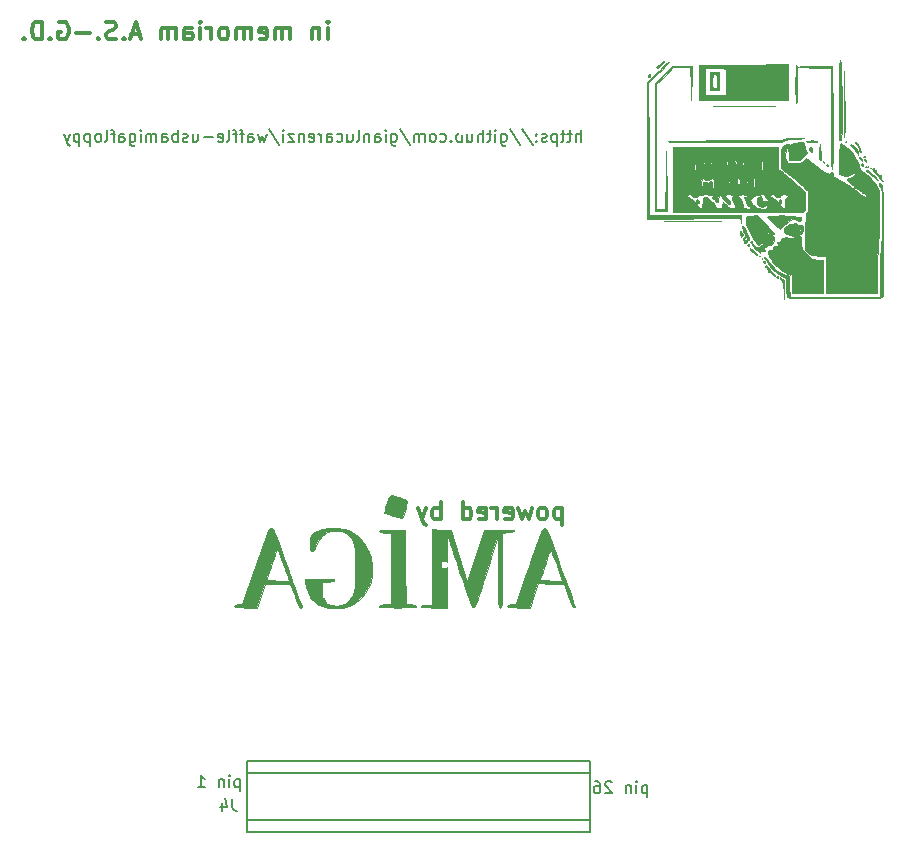
<source format=gbo>
%TF.GenerationSoftware,KiCad,Pcbnew,5.1.9+dfsg1-1~bpo10+1*%
%TF.CreationDate,2021-03-23T17:30:30+01:00*%
%TF.ProjectId,usbavrfloppy,75736261-7672-4666-9c6f-7070792e6b69,rev?*%
%TF.SameCoordinates,Original*%
%TF.FileFunction,Legend,Bot*%
%TF.FilePolarity,Positive*%
%FSLAX46Y46*%
G04 Gerber Fmt 4.6, Leading zero omitted, Abs format (unit mm)*
G04 Created by KiCad (PCBNEW 5.1.9+dfsg1-1~bpo10+1) date 2021-03-23 17:30:30*
%MOMM*%
%LPD*%
G01*
G04 APERTURE LIST*
%ADD10C,0.150000*%
%ADD11C,0.300000*%
%ADD12C,0.010000*%
%ADD13C,1.700000*%
%ADD14C,0.899160*%
%ADD15O,1.250000X0.950000*%
%ADD16O,1.000000X1.550000*%
%ADD17R,1.700000X1.700000*%
%ADD18O,1.700000X1.700000*%
%ADD19R,1.520000X1.520000*%
%ADD20C,1.520000*%
%ADD21C,1.000000*%
%ADD22R,1.000000X1.000000*%
%ADD23C,3.000000*%
%ADD24C,1.500000*%
%ADD25C,0.600000*%
G04 APERTURE END LIST*
D10*
X173238095Y-124785714D02*
X173238095Y-125785714D01*
X173238095Y-124833333D02*
X173142857Y-124785714D01*
X172952380Y-124785714D01*
X172857142Y-124833333D01*
X172809523Y-124880952D01*
X172761904Y-124976190D01*
X172761904Y-125261904D01*
X172809523Y-125357142D01*
X172857142Y-125404761D01*
X172952380Y-125452380D01*
X173142857Y-125452380D01*
X173238095Y-125404761D01*
X172333333Y-125452380D02*
X172333333Y-124785714D01*
X172333333Y-124452380D02*
X172380952Y-124500000D01*
X172333333Y-124547619D01*
X172285714Y-124500000D01*
X172333333Y-124452380D01*
X172333333Y-124547619D01*
X171857142Y-124785714D02*
X171857142Y-125452380D01*
X171857142Y-124880952D02*
X171809523Y-124833333D01*
X171714285Y-124785714D01*
X171571428Y-124785714D01*
X171476190Y-124833333D01*
X171428571Y-124928571D01*
X171428571Y-125452380D01*
X170238095Y-124547619D02*
X170190476Y-124500000D01*
X170095238Y-124452380D01*
X169857142Y-124452380D01*
X169761904Y-124500000D01*
X169714285Y-124547619D01*
X169666666Y-124642857D01*
X169666666Y-124738095D01*
X169714285Y-124880952D01*
X170285714Y-125452380D01*
X169666666Y-125452380D01*
X168809523Y-124452380D02*
X169000000Y-124452380D01*
X169095238Y-124500000D01*
X169142857Y-124547619D01*
X169238095Y-124690476D01*
X169285714Y-124880952D01*
X169285714Y-125261904D01*
X169238095Y-125357142D01*
X169190476Y-125404761D01*
X169095238Y-125452380D01*
X168904761Y-125452380D01*
X168809523Y-125404761D01*
X168761904Y-125357142D01*
X168714285Y-125261904D01*
X168714285Y-125023809D01*
X168761904Y-124928571D01*
X168809523Y-124880952D01*
X168904761Y-124833333D01*
X169095238Y-124833333D01*
X169190476Y-124880952D01*
X169238095Y-124928571D01*
X169285714Y-125023809D01*
X138761904Y-124285714D02*
X138761904Y-125285714D01*
X138761904Y-124333333D02*
X138666666Y-124285714D01*
X138476190Y-124285714D01*
X138380952Y-124333333D01*
X138333333Y-124380952D01*
X138285714Y-124476190D01*
X138285714Y-124761904D01*
X138333333Y-124857142D01*
X138380952Y-124904761D01*
X138476190Y-124952380D01*
X138666666Y-124952380D01*
X138761904Y-124904761D01*
X137857142Y-124952380D02*
X137857142Y-124285714D01*
X137857142Y-123952380D02*
X137904761Y-124000000D01*
X137857142Y-124047619D01*
X137809523Y-124000000D01*
X137857142Y-123952380D01*
X137857142Y-124047619D01*
X137380952Y-124285714D02*
X137380952Y-124952380D01*
X137380952Y-124380952D02*
X137333333Y-124333333D01*
X137238095Y-124285714D01*
X137095238Y-124285714D01*
X137000000Y-124333333D01*
X136952380Y-124428571D01*
X136952380Y-124952380D01*
X135190476Y-124952380D02*
X135761904Y-124952380D01*
X135476190Y-124952380D02*
X135476190Y-123952380D01*
X135571428Y-124095238D01*
X135666666Y-124190476D01*
X135761904Y-124238095D01*
X167629333Y-70302380D02*
X167629333Y-69302380D01*
X167200761Y-70302380D02*
X167200761Y-69778571D01*
X167248380Y-69683333D01*
X167343619Y-69635714D01*
X167486476Y-69635714D01*
X167581714Y-69683333D01*
X167629333Y-69730952D01*
X166867428Y-69635714D02*
X166486476Y-69635714D01*
X166724571Y-69302380D02*
X166724571Y-70159523D01*
X166676952Y-70254761D01*
X166581714Y-70302380D01*
X166486476Y-70302380D01*
X166296000Y-69635714D02*
X165915047Y-69635714D01*
X166153142Y-69302380D02*
X166153142Y-70159523D01*
X166105523Y-70254761D01*
X166010285Y-70302380D01*
X165915047Y-70302380D01*
X165581714Y-69635714D02*
X165581714Y-70635714D01*
X165581714Y-69683333D02*
X165486476Y-69635714D01*
X165296000Y-69635714D01*
X165200761Y-69683333D01*
X165153142Y-69730952D01*
X165105523Y-69826190D01*
X165105523Y-70111904D01*
X165153142Y-70207142D01*
X165200761Y-70254761D01*
X165296000Y-70302380D01*
X165486476Y-70302380D01*
X165581714Y-70254761D01*
X164724571Y-70254761D02*
X164629333Y-70302380D01*
X164438857Y-70302380D01*
X164343619Y-70254761D01*
X164296000Y-70159523D01*
X164296000Y-70111904D01*
X164343619Y-70016666D01*
X164438857Y-69969047D01*
X164581714Y-69969047D01*
X164676952Y-69921428D01*
X164724571Y-69826190D01*
X164724571Y-69778571D01*
X164676952Y-69683333D01*
X164581714Y-69635714D01*
X164438857Y-69635714D01*
X164343619Y-69683333D01*
X163867428Y-70207142D02*
X163819809Y-70254761D01*
X163867428Y-70302380D01*
X163915047Y-70254761D01*
X163867428Y-70207142D01*
X163867428Y-70302380D01*
X163867428Y-69683333D02*
X163819809Y-69730952D01*
X163867428Y-69778571D01*
X163915047Y-69730952D01*
X163867428Y-69683333D01*
X163867428Y-69778571D01*
X162676952Y-69254761D02*
X163534095Y-70540476D01*
X161629333Y-69254761D02*
X162486476Y-70540476D01*
X160867428Y-69635714D02*
X160867428Y-70445238D01*
X160915047Y-70540476D01*
X160962666Y-70588095D01*
X161057904Y-70635714D01*
X161200761Y-70635714D01*
X161296000Y-70588095D01*
X160867428Y-70254761D02*
X160962666Y-70302380D01*
X161153142Y-70302380D01*
X161248380Y-70254761D01*
X161296000Y-70207142D01*
X161343619Y-70111904D01*
X161343619Y-69826190D01*
X161296000Y-69730952D01*
X161248380Y-69683333D01*
X161153142Y-69635714D01*
X160962666Y-69635714D01*
X160867428Y-69683333D01*
X160391238Y-70302380D02*
X160391238Y-69635714D01*
X160391238Y-69302380D02*
X160438857Y-69350000D01*
X160391238Y-69397619D01*
X160343619Y-69350000D01*
X160391238Y-69302380D01*
X160391238Y-69397619D01*
X160057904Y-69635714D02*
X159676952Y-69635714D01*
X159915047Y-69302380D02*
X159915047Y-70159523D01*
X159867428Y-70254761D01*
X159772190Y-70302380D01*
X159676952Y-70302380D01*
X159343619Y-70302380D02*
X159343619Y-69302380D01*
X158915047Y-70302380D02*
X158915047Y-69778571D01*
X158962666Y-69683333D01*
X159057904Y-69635714D01*
X159200761Y-69635714D01*
X159296000Y-69683333D01*
X159343619Y-69730952D01*
X158010285Y-69635714D02*
X158010285Y-70302380D01*
X158438857Y-69635714D02*
X158438857Y-70159523D01*
X158391238Y-70254761D01*
X158296000Y-70302380D01*
X158153142Y-70302380D01*
X158057904Y-70254761D01*
X158010285Y-70207142D01*
X157534095Y-70302380D02*
X157534095Y-69302380D01*
X157534095Y-69683333D02*
X157438857Y-69635714D01*
X157248380Y-69635714D01*
X157153142Y-69683333D01*
X157105523Y-69730952D01*
X157057904Y-69826190D01*
X157057904Y-70111904D01*
X157105523Y-70207142D01*
X157153142Y-70254761D01*
X157248380Y-70302380D01*
X157438857Y-70302380D01*
X157534095Y-70254761D01*
X156629333Y-70207142D02*
X156581714Y-70254761D01*
X156629333Y-70302380D01*
X156676952Y-70254761D01*
X156629333Y-70207142D01*
X156629333Y-70302380D01*
X155724571Y-70254761D02*
X155819809Y-70302380D01*
X156010285Y-70302380D01*
X156105523Y-70254761D01*
X156153142Y-70207142D01*
X156200761Y-70111904D01*
X156200761Y-69826190D01*
X156153142Y-69730952D01*
X156105523Y-69683333D01*
X156010285Y-69635714D01*
X155819809Y-69635714D01*
X155724571Y-69683333D01*
X155153142Y-70302380D02*
X155248380Y-70254761D01*
X155296000Y-70207142D01*
X155343619Y-70111904D01*
X155343619Y-69826190D01*
X155296000Y-69730952D01*
X155248380Y-69683333D01*
X155153142Y-69635714D01*
X155010285Y-69635714D01*
X154915047Y-69683333D01*
X154867428Y-69730952D01*
X154819809Y-69826190D01*
X154819809Y-70111904D01*
X154867428Y-70207142D01*
X154915047Y-70254761D01*
X155010285Y-70302380D01*
X155153142Y-70302380D01*
X154391238Y-70302380D02*
X154391238Y-69635714D01*
X154391238Y-69730952D02*
X154343619Y-69683333D01*
X154248380Y-69635714D01*
X154105523Y-69635714D01*
X154010285Y-69683333D01*
X153962666Y-69778571D01*
X153962666Y-70302380D01*
X153962666Y-69778571D02*
X153915047Y-69683333D01*
X153819809Y-69635714D01*
X153676952Y-69635714D01*
X153581714Y-69683333D01*
X153534095Y-69778571D01*
X153534095Y-70302380D01*
X152343619Y-69254761D02*
X153200761Y-70540476D01*
X151581714Y-69635714D02*
X151581714Y-70445238D01*
X151629333Y-70540476D01*
X151676952Y-70588095D01*
X151772190Y-70635714D01*
X151915047Y-70635714D01*
X152010285Y-70588095D01*
X151581714Y-70254761D02*
X151676952Y-70302380D01*
X151867428Y-70302380D01*
X151962666Y-70254761D01*
X152010285Y-70207142D01*
X152057904Y-70111904D01*
X152057904Y-69826190D01*
X152010285Y-69730952D01*
X151962666Y-69683333D01*
X151867428Y-69635714D01*
X151676952Y-69635714D01*
X151581714Y-69683333D01*
X151105523Y-70302380D02*
X151105523Y-69635714D01*
X151105523Y-69302380D02*
X151153142Y-69350000D01*
X151105523Y-69397619D01*
X151057904Y-69350000D01*
X151105523Y-69302380D01*
X151105523Y-69397619D01*
X150200761Y-70302380D02*
X150200761Y-69778571D01*
X150248380Y-69683333D01*
X150343619Y-69635714D01*
X150534095Y-69635714D01*
X150629333Y-69683333D01*
X150200761Y-70254761D02*
X150296000Y-70302380D01*
X150534095Y-70302380D01*
X150629333Y-70254761D01*
X150676952Y-70159523D01*
X150676952Y-70064285D01*
X150629333Y-69969047D01*
X150534095Y-69921428D01*
X150296000Y-69921428D01*
X150200761Y-69873809D01*
X149724571Y-69635714D02*
X149724571Y-70302380D01*
X149724571Y-69730952D02*
X149676952Y-69683333D01*
X149581714Y-69635714D01*
X149438857Y-69635714D01*
X149343619Y-69683333D01*
X149296000Y-69778571D01*
X149296000Y-70302380D01*
X148676952Y-70302380D02*
X148772190Y-70254761D01*
X148819809Y-70159523D01*
X148819809Y-69302380D01*
X147867428Y-69635714D02*
X147867428Y-70302380D01*
X148296000Y-69635714D02*
X148296000Y-70159523D01*
X148248380Y-70254761D01*
X148153142Y-70302380D01*
X148010285Y-70302380D01*
X147915047Y-70254761D01*
X147867428Y-70207142D01*
X146962666Y-70254761D02*
X147057904Y-70302380D01*
X147248380Y-70302380D01*
X147343619Y-70254761D01*
X147391238Y-70207142D01*
X147438857Y-70111904D01*
X147438857Y-69826190D01*
X147391238Y-69730952D01*
X147343619Y-69683333D01*
X147248380Y-69635714D01*
X147057904Y-69635714D01*
X146962666Y-69683333D01*
X146105523Y-70302380D02*
X146105523Y-69778571D01*
X146153142Y-69683333D01*
X146248380Y-69635714D01*
X146438857Y-69635714D01*
X146534095Y-69683333D01*
X146105523Y-70254761D02*
X146200761Y-70302380D01*
X146438857Y-70302380D01*
X146534095Y-70254761D01*
X146581714Y-70159523D01*
X146581714Y-70064285D01*
X146534095Y-69969047D01*
X146438857Y-69921428D01*
X146200761Y-69921428D01*
X146105523Y-69873809D01*
X145629333Y-70302380D02*
X145629333Y-69635714D01*
X145629333Y-69826190D02*
X145581714Y-69730952D01*
X145534095Y-69683333D01*
X145438857Y-69635714D01*
X145343619Y-69635714D01*
X144629333Y-70254761D02*
X144724571Y-70302380D01*
X144915047Y-70302380D01*
X145010285Y-70254761D01*
X145057904Y-70159523D01*
X145057904Y-69778571D01*
X145010285Y-69683333D01*
X144915047Y-69635714D01*
X144724571Y-69635714D01*
X144629333Y-69683333D01*
X144581714Y-69778571D01*
X144581714Y-69873809D01*
X145057904Y-69969047D01*
X144153142Y-69635714D02*
X144153142Y-70302380D01*
X144153142Y-69730952D02*
X144105523Y-69683333D01*
X144010285Y-69635714D01*
X143867428Y-69635714D01*
X143772190Y-69683333D01*
X143724571Y-69778571D01*
X143724571Y-70302380D01*
X143343619Y-69635714D02*
X142819809Y-69635714D01*
X143343619Y-70302380D01*
X142819809Y-70302380D01*
X142438857Y-70302380D02*
X142438857Y-69635714D01*
X142438857Y-69302380D02*
X142486476Y-69350000D01*
X142438857Y-69397619D01*
X142391238Y-69350000D01*
X142438857Y-69302380D01*
X142438857Y-69397619D01*
X141248380Y-69254761D02*
X142105523Y-70540476D01*
X141010285Y-69635714D02*
X140819809Y-70302380D01*
X140629333Y-69826190D01*
X140438857Y-70302380D01*
X140248380Y-69635714D01*
X139438857Y-70302380D02*
X139438857Y-69778571D01*
X139486476Y-69683333D01*
X139581714Y-69635714D01*
X139772190Y-69635714D01*
X139867428Y-69683333D01*
X139438857Y-70254761D02*
X139534095Y-70302380D01*
X139772190Y-70302380D01*
X139867428Y-70254761D01*
X139915047Y-70159523D01*
X139915047Y-70064285D01*
X139867428Y-69969047D01*
X139772190Y-69921428D01*
X139534095Y-69921428D01*
X139438857Y-69873809D01*
X139105523Y-69635714D02*
X138724571Y-69635714D01*
X138962666Y-70302380D02*
X138962666Y-69445238D01*
X138915047Y-69350000D01*
X138819809Y-69302380D01*
X138724571Y-69302380D01*
X138534095Y-69635714D02*
X138153142Y-69635714D01*
X138391238Y-70302380D02*
X138391238Y-69445238D01*
X138343619Y-69350000D01*
X138248380Y-69302380D01*
X138153142Y-69302380D01*
X137676952Y-70302380D02*
X137772190Y-70254761D01*
X137819809Y-70159523D01*
X137819809Y-69302380D01*
X136915047Y-70254761D02*
X137010285Y-70302380D01*
X137200761Y-70302380D01*
X137296000Y-70254761D01*
X137343619Y-70159523D01*
X137343619Y-69778571D01*
X137296000Y-69683333D01*
X137200761Y-69635714D01*
X137010285Y-69635714D01*
X136915047Y-69683333D01*
X136867428Y-69778571D01*
X136867428Y-69873809D01*
X137343619Y-69969047D01*
X136438857Y-69921428D02*
X135676952Y-69921428D01*
X134772190Y-69635714D02*
X134772190Y-70302380D01*
X135200761Y-69635714D02*
X135200761Y-70159523D01*
X135153142Y-70254761D01*
X135057904Y-70302380D01*
X134915047Y-70302380D01*
X134819809Y-70254761D01*
X134772190Y-70207142D01*
X134343619Y-70254761D02*
X134248380Y-70302380D01*
X134057904Y-70302380D01*
X133962666Y-70254761D01*
X133915047Y-70159523D01*
X133915047Y-70111904D01*
X133962666Y-70016666D01*
X134057904Y-69969047D01*
X134200761Y-69969047D01*
X134296000Y-69921428D01*
X134343619Y-69826190D01*
X134343619Y-69778571D01*
X134296000Y-69683333D01*
X134200761Y-69635714D01*
X134057904Y-69635714D01*
X133962666Y-69683333D01*
X133486476Y-70302380D02*
X133486476Y-69302380D01*
X133486476Y-69683333D02*
X133391238Y-69635714D01*
X133200761Y-69635714D01*
X133105523Y-69683333D01*
X133057904Y-69730952D01*
X133010285Y-69826190D01*
X133010285Y-70111904D01*
X133057904Y-70207142D01*
X133105523Y-70254761D01*
X133200761Y-70302380D01*
X133391238Y-70302380D01*
X133486476Y-70254761D01*
X132153142Y-70302380D02*
X132153142Y-69778571D01*
X132200761Y-69683333D01*
X132296000Y-69635714D01*
X132486476Y-69635714D01*
X132581714Y-69683333D01*
X132153142Y-70254761D02*
X132248380Y-70302380D01*
X132486476Y-70302380D01*
X132581714Y-70254761D01*
X132629333Y-70159523D01*
X132629333Y-70064285D01*
X132581714Y-69969047D01*
X132486476Y-69921428D01*
X132248380Y-69921428D01*
X132153142Y-69873809D01*
X131676952Y-70302380D02*
X131676952Y-69635714D01*
X131676952Y-69730952D02*
X131629333Y-69683333D01*
X131534095Y-69635714D01*
X131391238Y-69635714D01*
X131296000Y-69683333D01*
X131248380Y-69778571D01*
X131248380Y-70302380D01*
X131248380Y-69778571D02*
X131200761Y-69683333D01*
X131105523Y-69635714D01*
X130962666Y-69635714D01*
X130867428Y-69683333D01*
X130819809Y-69778571D01*
X130819809Y-70302380D01*
X130343619Y-70302380D02*
X130343619Y-69635714D01*
X130343619Y-69302380D02*
X130391238Y-69350000D01*
X130343619Y-69397619D01*
X130296000Y-69350000D01*
X130343619Y-69302380D01*
X130343619Y-69397619D01*
X129438857Y-69635714D02*
X129438857Y-70445238D01*
X129486476Y-70540476D01*
X129534095Y-70588095D01*
X129629333Y-70635714D01*
X129772190Y-70635714D01*
X129867428Y-70588095D01*
X129438857Y-70254761D02*
X129534095Y-70302380D01*
X129724571Y-70302380D01*
X129819809Y-70254761D01*
X129867428Y-70207142D01*
X129915047Y-70111904D01*
X129915047Y-69826190D01*
X129867428Y-69730952D01*
X129819809Y-69683333D01*
X129724571Y-69635714D01*
X129534095Y-69635714D01*
X129438857Y-69683333D01*
X128534095Y-70302380D02*
X128534095Y-69778571D01*
X128581714Y-69683333D01*
X128676952Y-69635714D01*
X128867428Y-69635714D01*
X128962666Y-69683333D01*
X128534095Y-70254761D02*
X128629333Y-70302380D01*
X128867428Y-70302380D01*
X128962666Y-70254761D01*
X129010285Y-70159523D01*
X129010285Y-70064285D01*
X128962666Y-69969047D01*
X128867428Y-69921428D01*
X128629333Y-69921428D01*
X128534095Y-69873809D01*
X128200761Y-69635714D02*
X127819809Y-69635714D01*
X128057904Y-70302380D02*
X128057904Y-69445238D01*
X128010285Y-69350000D01*
X127915047Y-69302380D01*
X127819809Y-69302380D01*
X127343619Y-70302380D02*
X127438857Y-70254761D01*
X127486476Y-70159523D01*
X127486476Y-69302380D01*
X126819809Y-70302380D02*
X126915047Y-70254761D01*
X126962666Y-70207142D01*
X127010285Y-70111904D01*
X127010285Y-69826190D01*
X126962666Y-69730952D01*
X126915047Y-69683333D01*
X126819809Y-69635714D01*
X126676952Y-69635714D01*
X126581714Y-69683333D01*
X126534095Y-69730952D01*
X126486476Y-69826190D01*
X126486476Y-70111904D01*
X126534095Y-70207142D01*
X126581714Y-70254761D01*
X126676952Y-70302380D01*
X126819809Y-70302380D01*
X126057904Y-69635714D02*
X126057904Y-70635714D01*
X126057904Y-69683333D02*
X125962666Y-69635714D01*
X125772190Y-69635714D01*
X125676952Y-69683333D01*
X125629333Y-69730952D01*
X125581714Y-69826190D01*
X125581714Y-70111904D01*
X125629333Y-70207142D01*
X125676952Y-70254761D01*
X125772190Y-70302380D01*
X125962666Y-70302380D01*
X126057904Y-70254761D01*
X125153142Y-69635714D02*
X125153142Y-70635714D01*
X125153142Y-69683333D02*
X125057904Y-69635714D01*
X124867428Y-69635714D01*
X124772190Y-69683333D01*
X124724571Y-69730952D01*
X124676952Y-69826190D01*
X124676952Y-70111904D01*
X124724571Y-70207142D01*
X124772190Y-70254761D01*
X124867428Y-70302380D01*
X125057904Y-70302380D01*
X125153142Y-70254761D01*
X124343619Y-69635714D02*
X124105523Y-70302380D01*
X123867428Y-69635714D02*
X124105523Y-70302380D01*
X124200761Y-70540476D01*
X124248380Y-70588095D01*
X124343619Y-70635714D01*
D11*
X146207142Y-61638571D02*
X146207142Y-60638571D01*
X146207142Y-60138571D02*
X146278571Y-60210000D01*
X146207142Y-60281428D01*
X146135714Y-60210000D01*
X146207142Y-60138571D01*
X146207142Y-60281428D01*
X145492857Y-60638571D02*
X145492857Y-61638571D01*
X145492857Y-60781428D02*
X145421428Y-60710000D01*
X145278571Y-60638571D01*
X145064285Y-60638571D01*
X144921428Y-60710000D01*
X144850000Y-60852857D01*
X144850000Y-61638571D01*
X142992857Y-61638571D02*
X142992857Y-60638571D01*
X142992857Y-60781428D02*
X142921428Y-60710000D01*
X142778571Y-60638571D01*
X142564285Y-60638571D01*
X142421428Y-60710000D01*
X142350000Y-60852857D01*
X142350000Y-61638571D01*
X142350000Y-60852857D02*
X142278571Y-60710000D01*
X142135714Y-60638571D01*
X141921428Y-60638571D01*
X141778571Y-60710000D01*
X141707142Y-60852857D01*
X141707142Y-61638571D01*
X140421428Y-61567142D02*
X140564285Y-61638571D01*
X140850000Y-61638571D01*
X140992857Y-61567142D01*
X141064285Y-61424285D01*
X141064285Y-60852857D01*
X140992857Y-60710000D01*
X140850000Y-60638571D01*
X140564285Y-60638571D01*
X140421428Y-60710000D01*
X140350000Y-60852857D01*
X140350000Y-60995714D01*
X141064285Y-61138571D01*
X139707142Y-61638571D02*
X139707142Y-60638571D01*
X139707142Y-60781428D02*
X139635714Y-60710000D01*
X139492857Y-60638571D01*
X139278571Y-60638571D01*
X139135714Y-60710000D01*
X139064285Y-60852857D01*
X139064285Y-61638571D01*
X139064285Y-60852857D02*
X138992857Y-60710000D01*
X138850000Y-60638571D01*
X138635714Y-60638571D01*
X138492857Y-60710000D01*
X138421428Y-60852857D01*
X138421428Y-61638571D01*
X137492857Y-61638571D02*
X137635714Y-61567142D01*
X137707142Y-61495714D01*
X137778571Y-61352857D01*
X137778571Y-60924285D01*
X137707142Y-60781428D01*
X137635714Y-60710000D01*
X137492857Y-60638571D01*
X137278571Y-60638571D01*
X137135714Y-60710000D01*
X137064285Y-60781428D01*
X136992857Y-60924285D01*
X136992857Y-61352857D01*
X137064285Y-61495714D01*
X137135714Y-61567142D01*
X137278571Y-61638571D01*
X137492857Y-61638571D01*
X136350000Y-61638571D02*
X136350000Y-60638571D01*
X136350000Y-60924285D02*
X136278571Y-60781428D01*
X136207142Y-60710000D01*
X136064285Y-60638571D01*
X135921428Y-60638571D01*
X135421428Y-61638571D02*
X135421428Y-60638571D01*
X135421428Y-60138571D02*
X135492857Y-60210000D01*
X135421428Y-60281428D01*
X135350000Y-60210000D01*
X135421428Y-60138571D01*
X135421428Y-60281428D01*
X134064285Y-61638571D02*
X134064285Y-60852857D01*
X134135714Y-60710000D01*
X134278571Y-60638571D01*
X134564285Y-60638571D01*
X134707142Y-60710000D01*
X134064285Y-61567142D02*
X134207142Y-61638571D01*
X134564285Y-61638571D01*
X134707142Y-61567142D01*
X134778571Y-61424285D01*
X134778571Y-61281428D01*
X134707142Y-61138571D01*
X134564285Y-61067142D01*
X134207142Y-61067142D01*
X134064285Y-60995714D01*
X133350000Y-61638571D02*
X133350000Y-60638571D01*
X133350000Y-60781428D02*
X133278571Y-60710000D01*
X133135714Y-60638571D01*
X132921428Y-60638571D01*
X132778571Y-60710000D01*
X132707142Y-60852857D01*
X132707142Y-61638571D01*
X132707142Y-60852857D02*
X132635714Y-60710000D01*
X132492857Y-60638571D01*
X132278571Y-60638571D01*
X132135714Y-60710000D01*
X132064285Y-60852857D01*
X132064285Y-61638571D01*
X130278571Y-61210000D02*
X129564285Y-61210000D01*
X130421428Y-61638571D02*
X129921428Y-60138571D01*
X129421428Y-61638571D01*
X128921428Y-61495714D02*
X128850000Y-61567142D01*
X128921428Y-61638571D01*
X128992857Y-61567142D01*
X128921428Y-61495714D01*
X128921428Y-61638571D01*
X128278571Y-61567142D02*
X128064285Y-61638571D01*
X127707142Y-61638571D01*
X127564285Y-61567142D01*
X127492857Y-61495714D01*
X127421428Y-61352857D01*
X127421428Y-61210000D01*
X127492857Y-61067142D01*
X127564285Y-60995714D01*
X127707142Y-60924285D01*
X127992857Y-60852857D01*
X128135714Y-60781428D01*
X128207142Y-60710000D01*
X128278571Y-60567142D01*
X128278571Y-60424285D01*
X128207142Y-60281428D01*
X128135714Y-60210000D01*
X127992857Y-60138571D01*
X127635714Y-60138571D01*
X127421428Y-60210000D01*
X126778571Y-61495714D02*
X126707142Y-61567142D01*
X126778571Y-61638571D01*
X126850000Y-61567142D01*
X126778571Y-61495714D01*
X126778571Y-61638571D01*
X126064285Y-61067142D02*
X124921428Y-61067142D01*
X123421428Y-60210000D02*
X123564285Y-60138571D01*
X123778571Y-60138571D01*
X123992857Y-60210000D01*
X124135714Y-60352857D01*
X124207142Y-60495714D01*
X124278571Y-60781428D01*
X124278571Y-60995714D01*
X124207142Y-61281428D01*
X124135714Y-61424285D01*
X123992857Y-61567142D01*
X123778571Y-61638571D01*
X123635714Y-61638571D01*
X123421428Y-61567142D01*
X123350000Y-61495714D01*
X123350000Y-60995714D01*
X123635714Y-60995714D01*
X122707142Y-61495714D02*
X122635714Y-61567142D01*
X122707142Y-61638571D01*
X122778571Y-61567142D01*
X122707142Y-61495714D01*
X122707142Y-61638571D01*
X121992857Y-61638571D02*
X121992857Y-60138571D01*
X121635714Y-60138571D01*
X121421428Y-60210000D01*
X121278571Y-60352857D01*
X121207142Y-60495714D01*
X121135714Y-60781428D01*
X121135714Y-60995714D01*
X121207142Y-61281428D01*
X121278571Y-61424285D01*
X121421428Y-61567142D01*
X121635714Y-61638571D01*
X121992857Y-61638571D01*
X120492857Y-61495714D02*
X120421428Y-61567142D01*
X120492857Y-61638571D01*
X120564285Y-61567142D01*
X120492857Y-61495714D01*
X120492857Y-61638571D01*
X166055714Y-101278571D02*
X166055714Y-102778571D01*
X166055714Y-101350000D02*
X165912857Y-101278571D01*
X165627142Y-101278571D01*
X165484285Y-101350000D01*
X165412857Y-101421428D01*
X165341428Y-101564285D01*
X165341428Y-101992857D01*
X165412857Y-102135714D01*
X165484285Y-102207142D01*
X165627142Y-102278571D01*
X165912857Y-102278571D01*
X166055714Y-102207142D01*
X164484285Y-102278571D02*
X164627142Y-102207142D01*
X164698571Y-102135714D01*
X164770000Y-101992857D01*
X164770000Y-101564285D01*
X164698571Y-101421428D01*
X164627142Y-101350000D01*
X164484285Y-101278571D01*
X164270000Y-101278571D01*
X164127142Y-101350000D01*
X164055714Y-101421428D01*
X163984285Y-101564285D01*
X163984285Y-101992857D01*
X164055714Y-102135714D01*
X164127142Y-102207142D01*
X164270000Y-102278571D01*
X164484285Y-102278571D01*
X163484285Y-101278571D02*
X163198571Y-102278571D01*
X162912857Y-101564285D01*
X162627142Y-102278571D01*
X162341428Y-101278571D01*
X161198571Y-102207142D02*
X161341428Y-102278571D01*
X161627142Y-102278571D01*
X161770000Y-102207142D01*
X161841428Y-102064285D01*
X161841428Y-101492857D01*
X161770000Y-101350000D01*
X161627142Y-101278571D01*
X161341428Y-101278571D01*
X161198571Y-101350000D01*
X161127142Y-101492857D01*
X161127142Y-101635714D01*
X161841428Y-101778571D01*
X160484285Y-102278571D02*
X160484285Y-101278571D01*
X160484285Y-101564285D02*
X160412857Y-101421428D01*
X160341428Y-101350000D01*
X160198571Y-101278571D01*
X160055714Y-101278571D01*
X158984285Y-102207142D02*
X159127142Y-102278571D01*
X159412857Y-102278571D01*
X159555714Y-102207142D01*
X159627142Y-102064285D01*
X159627142Y-101492857D01*
X159555714Y-101350000D01*
X159412857Y-101278571D01*
X159127142Y-101278571D01*
X158984285Y-101350000D01*
X158912857Y-101492857D01*
X158912857Y-101635714D01*
X159627142Y-101778571D01*
X157627142Y-102278571D02*
X157627142Y-100778571D01*
X157627142Y-102207142D02*
X157770000Y-102278571D01*
X158055714Y-102278571D01*
X158198571Y-102207142D01*
X158270000Y-102135714D01*
X158341428Y-101992857D01*
X158341428Y-101564285D01*
X158270000Y-101421428D01*
X158198571Y-101350000D01*
X158055714Y-101278571D01*
X157770000Y-101278571D01*
X157627142Y-101350000D01*
X155770000Y-102278571D02*
X155770000Y-100778571D01*
X155770000Y-101350000D02*
X155627142Y-101278571D01*
X155341428Y-101278571D01*
X155198571Y-101350000D01*
X155127142Y-101421428D01*
X155055714Y-101564285D01*
X155055714Y-101992857D01*
X155127142Y-102135714D01*
X155198571Y-102207142D01*
X155341428Y-102278571D01*
X155627142Y-102278571D01*
X155770000Y-102207142D01*
X154555714Y-101278571D02*
X154198571Y-102278571D01*
X153841428Y-101278571D02*
X154198571Y-102278571D01*
X154341428Y-102635714D01*
X154412857Y-102707142D01*
X154555714Y-102778571D01*
D12*
%TO.C,AMIGALOGO*%
G36*
X146373377Y-102998600D02*
G01*
X145729083Y-103130930D01*
X145130545Y-103368773D01*
X144953471Y-103467998D01*
X144821464Y-103555671D01*
X144742988Y-103648976D01*
X144704086Y-103791490D01*
X144690804Y-104026792D01*
X144689258Y-104293026D01*
X144693074Y-104628440D01*
X144710974Y-104830370D01*
X144751742Y-104934580D01*
X144824164Y-104976837D01*
X144858901Y-104983653D01*
X144986652Y-104961581D01*
X145081362Y-104824902D01*
X145131238Y-104687319D01*
X145379527Y-104107554D01*
X145709314Y-103669402D01*
X146115537Y-103377276D01*
X146593136Y-103235587D01*
X146812325Y-103222000D01*
X147312112Y-103275192D01*
X147715960Y-103446150D01*
X148064068Y-103751940D01*
X148066225Y-103754394D01*
X148211104Y-103944373D01*
X148323099Y-104159350D01*
X148405567Y-104421907D01*
X148461865Y-104754631D01*
X148495350Y-105180103D01*
X148509378Y-105720909D01*
X148507308Y-106399632D01*
X148503083Y-106693333D01*
X148492491Y-107280718D01*
X148480816Y-107725369D01*
X148465033Y-108053876D01*
X148442118Y-108292827D01*
X148409045Y-108468811D01*
X148362791Y-108608416D01*
X148300329Y-108738232D01*
X148262667Y-108806723D01*
X147974792Y-109203828D01*
X147629079Y-109450261D01*
X147199383Y-109561688D01*
X146985658Y-109572000D01*
X146507258Y-109536387D01*
X146158130Y-109417951D01*
X145922305Y-109199295D01*
X145783819Y-108863021D01*
X145726704Y-108391732D01*
X145722983Y-108196166D01*
X145722667Y-107540000D01*
X146230667Y-107540000D01*
X146525639Y-107530246D01*
X146684009Y-107495671D01*
X146737665Y-107428302D01*
X146738667Y-107413000D01*
X146715298Y-107362555D01*
X146629262Y-107327151D01*
X146456670Y-107304317D01*
X146173630Y-107291580D01*
X145756250Y-107286470D01*
X145511000Y-107286000D01*
X144283333Y-107286000D01*
X144283333Y-107566966D01*
X144338114Y-107999975D01*
X144483465Y-108458335D01*
X144690902Y-108860876D01*
X144779965Y-108982179D01*
X144998263Y-109193732D01*
X145290857Y-109413204D01*
X145480897Y-109529403D01*
X145723573Y-109651035D01*
X145947484Y-109727980D01*
X146207965Y-109772236D01*
X146560352Y-109795800D01*
X146738667Y-109802095D01*
X147170017Y-109806880D01*
X147489715Y-109785663D01*
X147754352Y-109731610D01*
X147986911Y-109651341D01*
X148491691Y-109375424D01*
X148972289Y-108972275D01*
X149385996Y-108482980D01*
X149636459Y-108064545D01*
X149754375Y-107816672D01*
X149833031Y-107612210D01*
X149880354Y-107405943D01*
X149904273Y-107152656D01*
X149912718Y-106807134D01*
X149913667Y-106483675D01*
X149911129Y-106043744D01*
X149898325Y-105727311D01*
X149867471Y-105488561D01*
X149810784Y-105281678D01*
X149720480Y-105060843D01*
X149644005Y-104896424D01*
X149277071Y-104279424D01*
X148811278Y-103745525D01*
X148281322Y-103332915D01*
X148158872Y-103261831D01*
X147630463Y-103061337D01*
X147021234Y-102974498D01*
X146373377Y-102998600D01*
G37*
X146373377Y-102998600D02*
X145729083Y-103130930D01*
X145130545Y-103368773D01*
X144953471Y-103467998D01*
X144821464Y-103555671D01*
X144742988Y-103648976D01*
X144704086Y-103791490D01*
X144690804Y-104026792D01*
X144689258Y-104293026D01*
X144693074Y-104628440D01*
X144710974Y-104830370D01*
X144751742Y-104934580D01*
X144824164Y-104976837D01*
X144858901Y-104983653D01*
X144986652Y-104961581D01*
X145081362Y-104824902D01*
X145131238Y-104687319D01*
X145379527Y-104107554D01*
X145709314Y-103669402D01*
X146115537Y-103377276D01*
X146593136Y-103235587D01*
X146812325Y-103222000D01*
X147312112Y-103275192D01*
X147715960Y-103446150D01*
X148064068Y-103751940D01*
X148066225Y-103754394D01*
X148211104Y-103944373D01*
X148323099Y-104159350D01*
X148405567Y-104421907D01*
X148461865Y-104754631D01*
X148495350Y-105180103D01*
X148509378Y-105720909D01*
X148507308Y-106399632D01*
X148503083Y-106693333D01*
X148492491Y-107280718D01*
X148480816Y-107725369D01*
X148465033Y-108053876D01*
X148442118Y-108292827D01*
X148409045Y-108468811D01*
X148362791Y-108608416D01*
X148300329Y-108738232D01*
X148262667Y-108806723D01*
X147974792Y-109203828D01*
X147629079Y-109450261D01*
X147199383Y-109561688D01*
X146985658Y-109572000D01*
X146507258Y-109536387D01*
X146158130Y-109417951D01*
X145922305Y-109199295D01*
X145783819Y-108863021D01*
X145726704Y-108391732D01*
X145722983Y-108196166D01*
X145722667Y-107540000D01*
X146230667Y-107540000D01*
X146525639Y-107530246D01*
X146684009Y-107495671D01*
X146737665Y-107428302D01*
X146738667Y-107413000D01*
X146715298Y-107362555D01*
X146629262Y-107327151D01*
X146456670Y-107304317D01*
X146173630Y-107291580D01*
X145756250Y-107286470D01*
X145511000Y-107286000D01*
X144283333Y-107286000D01*
X144283333Y-107566966D01*
X144338114Y-107999975D01*
X144483465Y-108458335D01*
X144690902Y-108860876D01*
X144779965Y-108982179D01*
X144998263Y-109193732D01*
X145290857Y-109413204D01*
X145480897Y-109529403D01*
X145723573Y-109651035D01*
X145947484Y-109727980D01*
X146207965Y-109772236D01*
X146560352Y-109795800D01*
X146738667Y-109802095D01*
X147170017Y-109806880D01*
X147489715Y-109785663D01*
X147754352Y-109731610D01*
X147986911Y-109651341D01*
X148491691Y-109375424D01*
X148972289Y-108972275D01*
X149385996Y-108482980D01*
X149636459Y-108064545D01*
X149754375Y-107816672D01*
X149833031Y-107612210D01*
X149880354Y-107405943D01*
X149904273Y-107152656D01*
X149912718Y-106807134D01*
X149913667Y-106483675D01*
X149911129Y-106043744D01*
X149898325Y-105727311D01*
X149867471Y-105488561D01*
X149810784Y-105281678D01*
X149720480Y-105060843D01*
X149644005Y-104896424D01*
X149277071Y-104279424D01*
X148811278Y-103745525D01*
X148281322Y-103332915D01*
X148158872Y-103261831D01*
X147630463Y-103061337D01*
X147021234Y-102974498D01*
X146373377Y-102998600D01*
G36*
X164469574Y-102991868D02*
G01*
X164397607Y-103052708D01*
X164317009Y-103190521D01*
X164215790Y-103428574D01*
X164081962Y-103790133D01*
X163977748Y-104085398D01*
X163836353Y-104489917D01*
X163652583Y-105015823D01*
X163439882Y-105624635D01*
X163211695Y-106277869D01*
X162981465Y-106937045D01*
X162844818Y-107328333D01*
X162105667Y-109445000D01*
X161745833Y-109471034D01*
X161488941Y-109514849D01*
X161388233Y-109599844D01*
X161386000Y-109619201D01*
X161415742Y-109673616D01*
X161522108Y-109709706D01*
X161730807Y-109730752D01*
X162067549Y-109740039D01*
X162342326Y-109741333D01*
X163298651Y-109741333D01*
X163665900Y-108722887D01*
X164033149Y-107704442D01*
X165099957Y-107728054D01*
X166166764Y-107751666D01*
X166515547Y-108725333D01*
X166692242Y-109193138D01*
X166833598Y-109508388D01*
X166945411Y-109682790D01*
X167012007Y-109727949D01*
X167117955Y-109713578D01*
X167110100Y-109600949D01*
X167071048Y-109489364D01*
X166980464Y-109236531D01*
X166844805Y-108860293D01*
X166670528Y-108378497D01*
X166464091Y-107808987D01*
X166335690Y-107455333D01*
X166037625Y-107455333D01*
X165108813Y-107455333D01*
X164735118Y-107449944D01*
X164433266Y-107435333D01*
X164237475Y-107413836D01*
X164180000Y-107391933D01*
X164206157Y-107279794D01*
X164276756Y-107044793D01*
X164379992Y-106721842D01*
X164504056Y-106345851D01*
X164637143Y-105951733D01*
X164767446Y-105574399D01*
X164883158Y-105248759D01*
X164972473Y-105009724D01*
X165023583Y-104892207D01*
X165026988Y-104887472D01*
X165088843Y-104916194D01*
X165174043Y-105068344D01*
X165219368Y-105183806D01*
X165300513Y-105412589D01*
X165421956Y-105751768D01*
X165566193Y-106152576D01*
X165692753Y-106502833D01*
X166037625Y-107455333D01*
X166335690Y-107455333D01*
X166231952Y-107169609D01*
X165980569Y-106478207D01*
X165889392Y-106227666D01*
X165590998Y-105410798D01*
X165343202Y-104739976D01*
X165140339Y-104201534D01*
X164976743Y-103781806D01*
X164846748Y-103467126D01*
X164744688Y-103243828D01*
X164664897Y-103098245D01*
X164601709Y-103016711D01*
X164549459Y-102985561D01*
X164544898Y-102984732D01*
X164469574Y-102991868D01*
G37*
X164469574Y-102991868D02*
X164397607Y-103052708D01*
X164317009Y-103190521D01*
X164215790Y-103428574D01*
X164081962Y-103790133D01*
X163977748Y-104085398D01*
X163836353Y-104489917D01*
X163652583Y-105015823D01*
X163439882Y-105624635D01*
X163211695Y-106277869D01*
X162981465Y-106937045D01*
X162844818Y-107328333D01*
X162105667Y-109445000D01*
X161745833Y-109471034D01*
X161488941Y-109514849D01*
X161388233Y-109599844D01*
X161386000Y-109619201D01*
X161415742Y-109673616D01*
X161522108Y-109709706D01*
X161730807Y-109730752D01*
X162067549Y-109740039D01*
X162342326Y-109741333D01*
X163298651Y-109741333D01*
X163665900Y-108722887D01*
X164033149Y-107704442D01*
X165099957Y-107728054D01*
X166166764Y-107751666D01*
X166515547Y-108725333D01*
X166692242Y-109193138D01*
X166833598Y-109508388D01*
X166945411Y-109682790D01*
X167012007Y-109727949D01*
X167117955Y-109713578D01*
X167110100Y-109600949D01*
X167071048Y-109489364D01*
X166980464Y-109236531D01*
X166844805Y-108860293D01*
X166670528Y-108378497D01*
X166464091Y-107808987D01*
X166335690Y-107455333D01*
X166037625Y-107455333D01*
X165108813Y-107455333D01*
X164735118Y-107449944D01*
X164433266Y-107435333D01*
X164237475Y-107413836D01*
X164180000Y-107391933D01*
X164206157Y-107279794D01*
X164276756Y-107044793D01*
X164379992Y-106721842D01*
X164504056Y-106345851D01*
X164637143Y-105951733D01*
X164767446Y-105574399D01*
X164883158Y-105248759D01*
X164972473Y-105009724D01*
X165023583Y-104892207D01*
X165026988Y-104887472D01*
X165088843Y-104916194D01*
X165174043Y-105068344D01*
X165219368Y-105183806D01*
X165300513Y-105412589D01*
X165421956Y-105751768D01*
X165566193Y-106152576D01*
X165692753Y-106502833D01*
X166037625Y-107455333D01*
X166335690Y-107455333D01*
X166231952Y-107169609D01*
X165980569Y-106478207D01*
X165889392Y-106227666D01*
X165590998Y-105410798D01*
X165343202Y-104739976D01*
X165140339Y-104201534D01*
X164976743Y-103781806D01*
X164846748Y-103467126D01*
X164744688Y-103243828D01*
X164664897Y-103098245D01*
X164601709Y-103016711D01*
X164549459Y-102985561D01*
X164544898Y-102984732D01*
X164469574Y-102991868D01*
G36*
X155036000Y-109487333D02*
G01*
X154570333Y-109487333D01*
X154289509Y-109498735D01*
X154144928Y-109538743D01*
X154104667Y-109614333D01*
X154129196Y-109667226D01*
X154219484Y-109703478D01*
X154400576Y-109725980D01*
X154697520Y-109737620D01*
X155135364Y-109741290D01*
X155205333Y-109741333D01*
X156306000Y-109741333D01*
X156306000Y-106679222D01*
X156307044Y-105980111D01*
X156310017Y-105339218D01*
X156314676Y-104775070D01*
X156320780Y-104306195D01*
X156328089Y-103951118D01*
X156336362Y-103728367D01*
X156345334Y-103656445D01*
X156379308Y-103743253D01*
X156458924Y-103973337D01*
X156578227Y-104328689D01*
X156731263Y-104791303D01*
X156912078Y-105343174D01*
X157114719Y-105966293D01*
X157333231Y-106642656D01*
X157350854Y-106697389D01*
X157605591Y-107485556D01*
X157815584Y-108126651D01*
X157986336Y-108635311D01*
X158123349Y-109026171D01*
X158232127Y-109313866D01*
X158318173Y-109513033D01*
X158386988Y-109638306D01*
X158444075Y-109704321D01*
X158489204Y-109725052D01*
X158554677Y-109719421D01*
X158617994Y-109667681D01*
X158688258Y-109549158D01*
X158774571Y-109343176D01*
X158886034Y-109029060D01*
X159031752Y-108586134D01*
X159141501Y-108243386D01*
X159341342Y-107617727D01*
X159570732Y-106902584D01*
X159806684Y-106169450D01*
X160026207Y-105489817D01*
X160116370Y-105211666D01*
X160611108Y-103687666D01*
X160617554Y-106714500D01*
X160619495Y-107509548D01*
X160622215Y-108151605D01*
X160626663Y-108657011D01*
X160633789Y-109042107D01*
X160644540Y-109323235D01*
X160659867Y-109516735D01*
X160680717Y-109638948D01*
X160708041Y-109706217D01*
X160742787Y-109734881D01*
X160785903Y-109741283D01*
X160793333Y-109741333D01*
X160836889Y-109737109D01*
X160872253Y-109713792D01*
X160900280Y-109655414D01*
X160921822Y-109546008D01*
X160937732Y-109369607D01*
X160948862Y-109110243D01*
X160956066Y-108751948D01*
X160960195Y-108278755D01*
X160962103Y-107674698D01*
X160962643Y-106923807D01*
X160962667Y-106570558D01*
X160962667Y-103399783D01*
X161442811Y-103374391D01*
X161737912Y-103340970D01*
X161919354Y-103282722D01*
X161957867Y-103243166D01*
X161933200Y-103201070D01*
X161814664Y-103170997D01*
X161583576Y-103151389D01*
X161221255Y-103140688D01*
X160709016Y-103137336D01*
X160688688Y-103137333D01*
X159384599Y-103137333D01*
X158019557Y-107582333D01*
X157306841Y-105381000D01*
X156594125Y-103179666D01*
X155815063Y-103155322D01*
X155036000Y-103130978D01*
X155036000Y-109487333D01*
G37*
X155036000Y-109487333D02*
X154570333Y-109487333D01*
X154289509Y-109498735D01*
X154144928Y-109538743D01*
X154104667Y-109614333D01*
X154129196Y-109667226D01*
X154219484Y-109703478D01*
X154400576Y-109725980D01*
X154697520Y-109737620D01*
X155135364Y-109741290D01*
X155205333Y-109741333D01*
X156306000Y-109741333D01*
X156306000Y-106679222D01*
X156307044Y-105980111D01*
X156310017Y-105339218D01*
X156314676Y-104775070D01*
X156320780Y-104306195D01*
X156328089Y-103951118D01*
X156336362Y-103728367D01*
X156345334Y-103656445D01*
X156379308Y-103743253D01*
X156458924Y-103973337D01*
X156578227Y-104328689D01*
X156731263Y-104791303D01*
X156912078Y-105343174D01*
X157114719Y-105966293D01*
X157333231Y-106642656D01*
X157350854Y-106697389D01*
X157605591Y-107485556D01*
X157815584Y-108126651D01*
X157986336Y-108635311D01*
X158123349Y-109026171D01*
X158232127Y-109313866D01*
X158318173Y-109513033D01*
X158386988Y-109638306D01*
X158444075Y-109704321D01*
X158489204Y-109725052D01*
X158554677Y-109719421D01*
X158617994Y-109667681D01*
X158688258Y-109549158D01*
X158774571Y-109343176D01*
X158886034Y-109029060D01*
X159031752Y-108586134D01*
X159141501Y-108243386D01*
X159341342Y-107617727D01*
X159570732Y-106902584D01*
X159806684Y-106169450D01*
X160026207Y-105489817D01*
X160116370Y-105211666D01*
X160611108Y-103687666D01*
X160617554Y-106714500D01*
X160619495Y-107509548D01*
X160622215Y-108151605D01*
X160626663Y-108657011D01*
X160633789Y-109042107D01*
X160644540Y-109323235D01*
X160659867Y-109516735D01*
X160680717Y-109638948D01*
X160708041Y-109706217D01*
X160742787Y-109734881D01*
X160785903Y-109741283D01*
X160793333Y-109741333D01*
X160836889Y-109737109D01*
X160872253Y-109713792D01*
X160900280Y-109655414D01*
X160921822Y-109546008D01*
X160937732Y-109369607D01*
X160948862Y-109110243D01*
X160956066Y-108751948D01*
X160960195Y-108278755D01*
X160962103Y-107674698D01*
X160962643Y-106923807D01*
X160962667Y-106570558D01*
X160962667Y-103399783D01*
X161442811Y-103374391D01*
X161737912Y-103340970D01*
X161919354Y-103282722D01*
X161957867Y-103243166D01*
X161933200Y-103201070D01*
X161814664Y-103170997D01*
X161583576Y-103151389D01*
X161221255Y-103140688D01*
X160709016Y-103137336D01*
X160688688Y-103137333D01*
X159384599Y-103137333D01*
X158019557Y-107582333D01*
X157306841Y-105381000D01*
X156594125Y-103179666D01*
X155815063Y-103155322D01*
X155036000Y-103130978D01*
X155036000Y-109487333D01*
G36*
X151190140Y-103140167D02*
G01*
X150876187Y-103150599D01*
X150681388Y-103171523D01*
X150580684Y-103205832D01*
X150549019Y-103256421D01*
X150548667Y-103264333D01*
X150587617Y-103338009D01*
X150725725Y-103377603D01*
X150994875Y-103391069D01*
X151057736Y-103391333D01*
X151566806Y-103391333D01*
X151544570Y-106418166D01*
X151522333Y-109445000D01*
X151035500Y-109470391D01*
X150738962Y-109499047D01*
X150585560Y-109550900D01*
X150548667Y-109618558D01*
X150572535Y-109662590D01*
X150658143Y-109694998D01*
X150826490Y-109717428D01*
X151098579Y-109731525D01*
X151495411Y-109738937D01*
X152037988Y-109741309D01*
X152115000Y-109741333D01*
X152676887Y-109739454D01*
X153090451Y-109732724D01*
X153376670Y-109719501D01*
X153556525Y-109698143D01*
X153650994Y-109667008D01*
X153681057Y-109624455D01*
X153681333Y-109618757D01*
X153623720Y-109537289D01*
X153435571Y-109488341D01*
X153236833Y-109470591D01*
X152792333Y-109445000D01*
X152770136Y-106291166D01*
X152747939Y-103137333D01*
X151648303Y-103137333D01*
X151190140Y-103140167D01*
G37*
X151190140Y-103140167D02*
X150876187Y-103150599D01*
X150681388Y-103171523D01*
X150580684Y-103205832D01*
X150549019Y-103256421D01*
X150548667Y-103264333D01*
X150587617Y-103338009D01*
X150725725Y-103377603D01*
X150994875Y-103391069D01*
X151057736Y-103391333D01*
X151566806Y-103391333D01*
X151544570Y-106418166D01*
X151522333Y-109445000D01*
X151035500Y-109470391D01*
X150738962Y-109499047D01*
X150585560Y-109550900D01*
X150548667Y-109618558D01*
X150572535Y-109662590D01*
X150658143Y-109694998D01*
X150826490Y-109717428D01*
X151098579Y-109731525D01*
X151495411Y-109738937D01*
X152037988Y-109741309D01*
X152115000Y-109741333D01*
X152676887Y-109739454D01*
X153090451Y-109732724D01*
X153376670Y-109719501D01*
X153556525Y-109698143D01*
X153650994Y-109667008D01*
X153681057Y-109624455D01*
X153681333Y-109618757D01*
X153623720Y-109537289D01*
X153435571Y-109488341D01*
X153236833Y-109470591D01*
X152792333Y-109445000D01*
X152770136Y-106291166D01*
X152747939Y-103137333D01*
X151648303Y-103137333D01*
X151190140Y-103140167D01*
G36*
X141306787Y-102982153D02*
G01*
X141266621Y-103026263D01*
X141216496Y-103115355D01*
X141150961Y-103262958D01*
X141064565Y-103482601D01*
X140951855Y-103787811D01*
X140807381Y-104192118D01*
X140625690Y-104709050D01*
X140401331Y-105352136D01*
X140128851Y-106134903D01*
X139978632Y-106566333D01*
X138975966Y-109445000D01*
X138623983Y-109471034D01*
X138369632Y-109516354D01*
X138273265Y-109604512D01*
X138272000Y-109619201D01*
X138301793Y-109673701D01*
X138408336Y-109709814D01*
X138617372Y-109730839D01*
X138954646Y-109740076D01*
X139224918Y-109741333D01*
X140177835Y-109741333D01*
X140526117Y-108746500D01*
X140874399Y-107751666D01*
X143038855Y-107751666D01*
X143385927Y-108746069D01*
X143545874Y-109187090D01*
X143670075Y-109485427D01*
X143768645Y-109661402D01*
X143851700Y-109735336D01*
X143881167Y-109740902D01*
X144006165Y-109731242D01*
X144027571Y-109720166D01*
X143999198Y-109638738D01*
X143918850Y-109414774D01*
X143792528Y-109064841D01*
X143626231Y-108605500D01*
X143425961Y-108053319D01*
X143208784Y-107455333D01*
X142921078Y-107455333D01*
X141993539Y-107455333D01*
X141556294Y-107449687D01*
X141268726Y-107431281D01*
X141111509Y-107397912D01*
X141065274Y-107349500D01*
X141090318Y-107231743D01*
X141158607Y-106995921D01*
X141258899Y-106675423D01*
X141379949Y-106303639D01*
X141510515Y-105913959D01*
X141639353Y-105539772D01*
X141755220Y-105214470D01*
X141846872Y-104971442D01*
X141903066Y-104844078D01*
X141912667Y-104832952D01*
X141957647Y-104906534D01*
X142044659Y-105105737D01*
X142159407Y-105396494D01*
X142240593Y-105614331D01*
X142392449Y-106029175D01*
X142549601Y-106456340D01*
X142685287Y-106823140D01*
X142723632Y-106926166D01*
X142921078Y-107455333D01*
X143208784Y-107455333D01*
X143197717Y-107424861D01*
X142947500Y-106736690D01*
X142808483Y-106354666D01*
X142502501Y-105517024D01*
X142247285Y-104825946D01*
X142037414Y-104268256D01*
X141867468Y-103830777D01*
X141732026Y-103500333D01*
X141625669Y-103263748D01*
X141542976Y-103107846D01*
X141478527Y-103019451D01*
X141426901Y-102985385D01*
X141422056Y-102984432D01*
X141379053Y-102974766D01*
X141342448Y-102969497D01*
X141306787Y-102982153D01*
G37*
X141306787Y-102982153D02*
X141266621Y-103026263D01*
X141216496Y-103115355D01*
X141150961Y-103262958D01*
X141064565Y-103482601D01*
X140951855Y-103787811D01*
X140807381Y-104192118D01*
X140625690Y-104709050D01*
X140401331Y-105352136D01*
X140128851Y-106134903D01*
X139978632Y-106566333D01*
X138975966Y-109445000D01*
X138623983Y-109471034D01*
X138369632Y-109516354D01*
X138273265Y-109604512D01*
X138272000Y-109619201D01*
X138301793Y-109673701D01*
X138408336Y-109709814D01*
X138617372Y-109730839D01*
X138954646Y-109740076D01*
X139224918Y-109741333D01*
X140177835Y-109741333D01*
X140526117Y-108746500D01*
X140874399Y-107751666D01*
X143038855Y-107751666D01*
X143385927Y-108746069D01*
X143545874Y-109187090D01*
X143670075Y-109485427D01*
X143768645Y-109661402D01*
X143851700Y-109735336D01*
X143881167Y-109740902D01*
X144006165Y-109731242D01*
X144027571Y-109720166D01*
X143999198Y-109638738D01*
X143918850Y-109414774D01*
X143792528Y-109064841D01*
X143626231Y-108605500D01*
X143425961Y-108053319D01*
X143208784Y-107455333D01*
X142921078Y-107455333D01*
X141993539Y-107455333D01*
X141556294Y-107449687D01*
X141268726Y-107431281D01*
X141111509Y-107397912D01*
X141065274Y-107349500D01*
X141090318Y-107231743D01*
X141158607Y-106995921D01*
X141258899Y-106675423D01*
X141379949Y-106303639D01*
X141510515Y-105913959D01*
X141639353Y-105539772D01*
X141755220Y-105214470D01*
X141846872Y-104971442D01*
X141903066Y-104844078D01*
X141912667Y-104832952D01*
X141957647Y-104906534D01*
X142044659Y-105105737D01*
X142159407Y-105396494D01*
X142240593Y-105614331D01*
X142392449Y-106029175D01*
X142549601Y-106456340D01*
X142685287Y-106823140D01*
X142723632Y-106926166D01*
X142921078Y-107455333D01*
X143208784Y-107455333D01*
X143197717Y-107424861D01*
X142947500Y-106736690D01*
X142808483Y-106354666D01*
X142502501Y-105517024D01*
X142247285Y-104825946D01*
X142037414Y-104268256D01*
X141867468Y-103830777D01*
X141732026Y-103500333D01*
X141625669Y-103263748D01*
X141542976Y-103107846D01*
X141478527Y-103019451D01*
X141426901Y-102985385D01*
X141422056Y-102984432D01*
X141379053Y-102974766D01*
X141342448Y-102969497D01*
X141306787Y-102982153D01*
G36*
X151442261Y-100267633D02*
G01*
X151366872Y-100407635D01*
X151272823Y-100662898D01*
X151184295Y-100934033D01*
X151082799Y-101266241D01*
X151010253Y-101532499D01*
X150976279Y-101695814D01*
X150977680Y-101728509D01*
X151070116Y-101764932D01*
X151287179Y-101834733D01*
X151590392Y-101925798D01*
X151761158Y-101975198D01*
X152158607Y-102079591D01*
X152410548Y-102122952D01*
X152528737Y-102107038D01*
X152539706Y-102091479D01*
X152611008Y-101860605D01*
X152696390Y-101566548D01*
X152782809Y-101256746D01*
X152857224Y-100978638D01*
X152906591Y-100779660D01*
X152919333Y-100710703D01*
X152839589Y-100645300D01*
X152610809Y-100546430D01*
X152248674Y-100419901D01*
X151768866Y-100271518D01*
X151601949Y-100222928D01*
X151515212Y-100215272D01*
X151442261Y-100267633D01*
G37*
X151442261Y-100267633D02*
X151366872Y-100407635D01*
X151272823Y-100662898D01*
X151184295Y-100934033D01*
X151082799Y-101266241D01*
X151010253Y-101532499D01*
X150976279Y-101695814D01*
X150977680Y-101728509D01*
X151070116Y-101764932D01*
X151287179Y-101834733D01*
X151590392Y-101925798D01*
X151761158Y-101975198D01*
X152158607Y-102079591D01*
X152410548Y-102122952D01*
X152528737Y-102107038D01*
X152539706Y-102091479D01*
X152611008Y-101860605D01*
X152696390Y-101566548D01*
X152782809Y-101256746D01*
X152857224Y-100978638D01*
X152906591Y-100779660D01*
X152919333Y-100710703D01*
X152839589Y-100645300D01*
X152610809Y-100546430D01*
X152248674Y-100419901D01*
X151768866Y-100271518D01*
X151601949Y-100222928D01*
X151515212Y-100215272D01*
X151442261Y-100267633D01*
%TO.C,WBLOGO*%
G36*
X192859011Y-73792252D02*
G01*
X192889925Y-73936575D01*
X192982518Y-74127613D01*
X193035898Y-74232279D01*
X193077080Y-74347500D01*
X193107635Y-74495602D01*
X193129134Y-74698911D01*
X193143149Y-74979755D01*
X193151249Y-75360459D01*
X193155007Y-75863350D01*
X193155993Y-76510754D01*
X193156000Y-76592908D01*
X193152791Y-77297864D01*
X193143408Y-77874636D01*
X193128220Y-78313714D01*
X193107593Y-78605585D01*
X193081896Y-78740737D01*
X193072672Y-78749333D01*
X193045950Y-78832323D01*
X193022079Y-79074617D01*
X193001510Y-79466203D01*
X192984695Y-79997071D01*
X192972083Y-80657207D01*
X192966839Y-81098833D01*
X192944333Y-83448333D01*
X185324333Y-83448333D01*
X185276549Y-82559333D01*
X185261618Y-82060030D01*
X185280130Y-81719974D01*
X185333309Y-81532171D01*
X185422381Y-81489628D01*
X185460926Y-81506929D01*
X185493467Y-81606527D01*
X185518897Y-81835633D01*
X185533683Y-82154462D01*
X185536000Y-82352663D01*
X185536000Y-83152000D01*
X188164761Y-83152000D01*
X188141547Y-81733833D01*
X188118333Y-80315667D01*
X187652666Y-80290192D01*
X187399527Y-80267378D01*
X187212743Y-80213389D01*
X187036535Y-80099864D01*
X186815126Y-79898444D01*
X186742500Y-79827417D01*
X186514714Y-79597935D01*
X186382111Y-79430667D01*
X186318939Y-79269300D01*
X186299446Y-79057522D01*
X186298000Y-78855401D01*
X186286672Y-78537875D01*
X186247652Y-78354951D01*
X186173385Y-78273102D01*
X186166125Y-78270080D01*
X186096696Y-78219566D01*
X186170541Y-78153439D01*
X186229625Y-78122624D01*
X186332439Y-78029667D01*
X185874666Y-78029667D01*
X185832333Y-78072000D01*
X185812091Y-78051758D01*
X185668612Y-78051758D01*
X185585389Y-78065316D01*
X185475575Y-78049749D01*
X185474264Y-78020847D01*
X185587581Y-78000636D01*
X185636541Y-78014163D01*
X185668612Y-78051758D01*
X185812091Y-78051758D01*
X185790000Y-78029667D01*
X185832333Y-77987333D01*
X185874666Y-78029667D01*
X186332439Y-78029667D01*
X186381471Y-77985336D01*
X186435049Y-77790304D01*
X186261392Y-77790304D01*
X186195011Y-77883141D01*
X186126327Y-77902667D01*
X186083949Y-77840442D01*
X186097862Y-77776153D01*
X186178209Y-77690611D01*
X186223586Y-77697336D01*
X186261392Y-77790304D01*
X186435049Y-77790304D01*
X186448265Y-77742197D01*
X186451277Y-77710220D01*
X186458113Y-77503554D01*
X186407612Y-77415048D01*
X186263806Y-77394883D01*
X186223441Y-77394667D01*
X186026012Y-77369073D01*
X185917000Y-77310000D01*
X185776826Y-77228158D01*
X185549153Y-77230648D01*
X185287710Y-77308376D01*
X185046226Y-77452248D01*
X185038387Y-77458711D01*
X184866777Y-77615050D01*
X184808202Y-77731146D01*
X184839928Y-77867946D01*
X184864676Y-77924378D01*
X185018087Y-78116302D01*
X185163593Y-78156667D01*
X185338084Y-78190900D01*
X185410364Y-78243541D01*
X185527721Y-78303727D01*
X185648194Y-78307041D01*
X185792588Y-78320989D01*
X185832333Y-78368333D01*
X185753163Y-78410887D01*
X185534970Y-78429388D01*
X185262533Y-78424119D01*
X184957501Y-78412830D01*
X184776790Y-78426197D01*
X184675805Y-78476975D01*
X184609950Y-78577918D01*
X184592222Y-78615835D01*
X184477575Y-78775191D01*
X184336522Y-78787177D01*
X184205120Y-78783590D01*
X184197318Y-78872597D01*
X184282933Y-78986400D01*
X184331414Y-79075547D01*
X184304100Y-79097000D01*
X184157533Y-79110248D01*
X184054333Y-79118166D01*
X183923715Y-79178148D01*
X183905168Y-79320833D01*
X183892585Y-79455056D01*
X183784554Y-79505880D01*
X183663156Y-79511333D01*
X183484519Y-79525317D01*
X183433195Y-79598847D01*
X183458764Y-79744167D01*
X183563895Y-79989326D01*
X183679609Y-80151790D01*
X183799468Y-80305711D01*
X183843071Y-80405790D01*
X183907714Y-80544694D01*
X184073364Y-80737996D01*
X184299122Y-80947702D01*
X184544090Y-81135818D01*
X184767225Y-81264289D01*
X185010585Y-81385203D01*
X185103753Y-81479300D01*
X185060168Y-81563334D01*
X185026020Y-81586890D01*
X184901809Y-81591428D01*
X184715273Y-81537989D01*
X184537406Y-81454646D01*
X184439198Y-81369467D01*
X184435333Y-81353332D01*
X184366900Y-81295701D01*
X184314519Y-81289333D01*
X184203552Y-81226040D01*
X184035060Y-81061198D01*
X183870019Y-80861714D01*
X183590270Y-80495132D01*
X183395555Y-80249577D01*
X183270949Y-80109392D01*
X183201530Y-80058919D01*
X183172374Y-80082501D01*
X183168009Y-80125167D01*
X183206850Y-80250693D01*
X183252728Y-80273333D01*
X183352424Y-80341785D01*
X183400895Y-80427005D01*
X183568003Y-80717529D01*
X183833304Y-81040728D01*
X184147840Y-81345488D01*
X184462655Y-81580694D01*
X184556346Y-81633372D01*
X184985666Y-81850410D01*
X185010374Y-82602629D01*
X185031319Y-82952731D01*
X185066101Y-83243768D01*
X185108548Y-83429917D01*
X185126574Y-83465091D01*
X185180537Y-83491899D01*
X185302468Y-83514258D01*
X185505005Y-83532514D01*
X185800785Y-83547015D01*
X186202446Y-83558108D01*
X186722625Y-83566139D01*
X187373960Y-83571455D01*
X188169088Y-83574404D01*
X189120646Y-83575333D01*
X189141721Y-83575333D01*
X190058658Y-83575117D01*
X190820941Y-83574065D01*
X191443246Y-83571574D01*
X191940254Y-83567039D01*
X192326642Y-83559854D01*
X192617088Y-83549417D01*
X192826272Y-83535122D01*
X192968870Y-83516365D01*
X193059563Y-83492541D01*
X193113027Y-83463047D01*
X193143941Y-83427277D01*
X193153796Y-83410117D01*
X193176009Y-83281734D01*
X193194050Y-82987081D01*
X193207925Y-82525681D01*
X193217641Y-81897055D01*
X193223205Y-81100724D01*
X193224622Y-80136211D01*
X193221901Y-79003037D01*
X193220275Y-78629433D01*
X193215163Y-77623186D01*
X193209860Y-76772731D01*
X193203887Y-76064525D01*
X193196767Y-75485027D01*
X193188021Y-75020696D01*
X193177171Y-74657989D01*
X193163740Y-74383366D01*
X193147248Y-74183284D01*
X193127219Y-74044202D01*
X193103175Y-73952578D01*
X193074636Y-73894870D01*
X193052182Y-73867855D01*
X192914670Y-73763480D01*
X192859011Y-73792252D01*
G37*
X192859011Y-73792252D02*
X192889925Y-73936575D01*
X192982518Y-74127613D01*
X193035898Y-74232279D01*
X193077080Y-74347500D01*
X193107635Y-74495602D01*
X193129134Y-74698911D01*
X193143149Y-74979755D01*
X193151249Y-75360459D01*
X193155007Y-75863350D01*
X193155993Y-76510754D01*
X193156000Y-76592908D01*
X193152791Y-77297864D01*
X193143408Y-77874636D01*
X193128220Y-78313714D01*
X193107593Y-78605585D01*
X193081896Y-78740737D01*
X193072672Y-78749333D01*
X193045950Y-78832323D01*
X193022079Y-79074617D01*
X193001510Y-79466203D01*
X192984695Y-79997071D01*
X192972083Y-80657207D01*
X192966839Y-81098833D01*
X192944333Y-83448333D01*
X185324333Y-83448333D01*
X185276549Y-82559333D01*
X185261618Y-82060030D01*
X185280130Y-81719974D01*
X185333309Y-81532171D01*
X185422381Y-81489628D01*
X185460926Y-81506929D01*
X185493467Y-81606527D01*
X185518897Y-81835633D01*
X185533683Y-82154462D01*
X185536000Y-82352663D01*
X185536000Y-83152000D01*
X188164761Y-83152000D01*
X188141547Y-81733833D01*
X188118333Y-80315667D01*
X187652666Y-80290192D01*
X187399527Y-80267378D01*
X187212743Y-80213389D01*
X187036535Y-80099864D01*
X186815126Y-79898444D01*
X186742500Y-79827417D01*
X186514714Y-79597935D01*
X186382111Y-79430667D01*
X186318939Y-79269300D01*
X186299446Y-79057522D01*
X186298000Y-78855401D01*
X186286672Y-78537875D01*
X186247652Y-78354951D01*
X186173385Y-78273102D01*
X186166125Y-78270080D01*
X186096696Y-78219566D01*
X186170541Y-78153439D01*
X186229625Y-78122624D01*
X186332439Y-78029667D01*
X185874666Y-78029667D01*
X185832333Y-78072000D01*
X185812091Y-78051758D01*
X185668612Y-78051758D01*
X185585389Y-78065316D01*
X185475575Y-78049749D01*
X185474264Y-78020847D01*
X185587581Y-78000636D01*
X185636541Y-78014163D01*
X185668612Y-78051758D01*
X185812091Y-78051758D01*
X185790000Y-78029667D01*
X185832333Y-77987333D01*
X185874666Y-78029667D01*
X186332439Y-78029667D01*
X186381471Y-77985336D01*
X186435049Y-77790304D01*
X186261392Y-77790304D01*
X186195011Y-77883141D01*
X186126327Y-77902667D01*
X186083949Y-77840442D01*
X186097862Y-77776153D01*
X186178209Y-77690611D01*
X186223586Y-77697336D01*
X186261392Y-77790304D01*
X186435049Y-77790304D01*
X186448265Y-77742197D01*
X186451277Y-77710220D01*
X186458113Y-77503554D01*
X186407612Y-77415048D01*
X186263806Y-77394883D01*
X186223441Y-77394667D01*
X186026012Y-77369073D01*
X185917000Y-77310000D01*
X185776826Y-77228158D01*
X185549153Y-77230648D01*
X185287710Y-77308376D01*
X185046226Y-77452248D01*
X185038387Y-77458711D01*
X184866777Y-77615050D01*
X184808202Y-77731146D01*
X184839928Y-77867946D01*
X184864676Y-77924378D01*
X185018087Y-78116302D01*
X185163593Y-78156667D01*
X185338084Y-78190900D01*
X185410364Y-78243541D01*
X185527721Y-78303727D01*
X185648194Y-78307041D01*
X185792588Y-78320989D01*
X185832333Y-78368333D01*
X185753163Y-78410887D01*
X185534970Y-78429388D01*
X185262533Y-78424119D01*
X184957501Y-78412830D01*
X184776790Y-78426197D01*
X184675805Y-78476975D01*
X184609950Y-78577918D01*
X184592222Y-78615835D01*
X184477575Y-78775191D01*
X184336522Y-78787177D01*
X184205120Y-78783590D01*
X184197318Y-78872597D01*
X184282933Y-78986400D01*
X184331414Y-79075547D01*
X184304100Y-79097000D01*
X184157533Y-79110248D01*
X184054333Y-79118166D01*
X183923715Y-79178148D01*
X183905168Y-79320833D01*
X183892585Y-79455056D01*
X183784554Y-79505880D01*
X183663156Y-79511333D01*
X183484519Y-79525317D01*
X183433195Y-79598847D01*
X183458764Y-79744167D01*
X183563895Y-79989326D01*
X183679609Y-80151790D01*
X183799468Y-80305711D01*
X183843071Y-80405790D01*
X183907714Y-80544694D01*
X184073364Y-80737996D01*
X184299122Y-80947702D01*
X184544090Y-81135818D01*
X184767225Y-81264289D01*
X185010585Y-81385203D01*
X185103753Y-81479300D01*
X185060168Y-81563334D01*
X185026020Y-81586890D01*
X184901809Y-81591428D01*
X184715273Y-81537989D01*
X184537406Y-81454646D01*
X184439198Y-81369467D01*
X184435333Y-81353332D01*
X184366900Y-81295701D01*
X184314519Y-81289333D01*
X184203552Y-81226040D01*
X184035060Y-81061198D01*
X183870019Y-80861714D01*
X183590270Y-80495132D01*
X183395555Y-80249577D01*
X183270949Y-80109392D01*
X183201530Y-80058919D01*
X183172374Y-80082501D01*
X183168009Y-80125167D01*
X183206850Y-80250693D01*
X183252728Y-80273333D01*
X183352424Y-80341785D01*
X183400895Y-80427005D01*
X183568003Y-80717529D01*
X183833304Y-81040728D01*
X184147840Y-81345488D01*
X184462655Y-81580694D01*
X184556346Y-81633372D01*
X184985666Y-81850410D01*
X185010374Y-82602629D01*
X185031319Y-82952731D01*
X185066101Y-83243768D01*
X185108548Y-83429917D01*
X185126574Y-83465091D01*
X185180537Y-83491899D01*
X185302468Y-83514258D01*
X185505005Y-83532514D01*
X185800785Y-83547015D01*
X186202446Y-83558108D01*
X186722625Y-83566139D01*
X187373960Y-83571455D01*
X188169088Y-83574404D01*
X189120646Y-83575333D01*
X189141721Y-83575333D01*
X190058658Y-83575117D01*
X190820941Y-83574065D01*
X191443246Y-83571574D01*
X191940254Y-83567039D01*
X192326642Y-83559854D01*
X192617088Y-83549417D01*
X192826272Y-83535122D01*
X192968870Y-83516365D01*
X193059563Y-83492541D01*
X193113027Y-83463047D01*
X193143941Y-83427277D01*
X193153796Y-83410117D01*
X193176009Y-83281734D01*
X193194050Y-82987081D01*
X193207925Y-82525681D01*
X193217641Y-81897055D01*
X193223205Y-81100724D01*
X193224622Y-80136211D01*
X193221901Y-79003037D01*
X193220275Y-78629433D01*
X193215163Y-77623186D01*
X193209860Y-76772731D01*
X193203887Y-76064525D01*
X193196767Y-75485027D01*
X193188021Y-75020696D01*
X193177171Y-74657989D01*
X193163740Y-74383366D01*
X193147248Y-74183284D01*
X193127219Y-74044202D01*
X193103175Y-73952578D01*
X193074636Y-73894870D01*
X193052182Y-73867855D01*
X192914670Y-73763480D01*
X192859011Y-73792252D01*
G36*
X184477264Y-81816383D02*
G01*
X184485268Y-81907040D01*
X184591185Y-82028049D01*
X184682454Y-82128359D01*
X184740497Y-82270758D01*
X184774981Y-82495990D01*
X184795574Y-82844795D01*
X184797612Y-82898000D01*
X184824199Y-83617667D01*
X184841433Y-82792167D01*
X184845001Y-82400544D01*
X184833767Y-82150740D01*
X184804353Y-82015626D01*
X184753386Y-81968072D01*
X184738722Y-81966667D01*
X184606182Y-81903179D01*
X184580980Y-81860833D01*
X184509621Y-81800297D01*
X184477264Y-81816383D01*
G37*
X184477264Y-81816383D02*
X184485268Y-81907040D01*
X184591185Y-82028049D01*
X184682454Y-82128359D01*
X184740497Y-82270758D01*
X184774981Y-82495990D01*
X184795574Y-82844795D01*
X184797612Y-82898000D01*
X184824199Y-83617667D01*
X184841433Y-82792167D01*
X184845001Y-82400544D01*
X184833767Y-82150740D01*
X184804353Y-82015626D01*
X184753386Y-81968072D01*
X184738722Y-81966667D01*
X184606182Y-81903179D01*
X184580980Y-81860833D01*
X184509621Y-81800297D01*
X184477264Y-81816383D01*
G36*
X186136825Y-70330323D02*
G01*
X186084646Y-70352696D01*
X185843434Y-70429088D01*
X185664013Y-70452000D01*
X185486797Y-70483125D01*
X185410071Y-70534933D01*
X185303157Y-70567006D01*
X185207797Y-70523553D01*
X185057280Y-70478145D01*
X184878157Y-70547488D01*
X184830722Y-70577357D01*
X184731174Y-70649187D01*
X184666207Y-70731471D01*
X184628446Y-70858900D01*
X184610516Y-71066164D01*
X184605041Y-71387956D01*
X184604666Y-71640631D01*
X184604666Y-72555787D01*
X184864998Y-72752727D01*
X185091539Y-72933220D01*
X185401190Y-73191807D01*
X185752095Y-73492311D01*
X186102399Y-73798554D01*
X186410249Y-74074359D01*
X186615500Y-74265768D01*
X186745081Y-74397585D01*
X186825697Y-74516971D01*
X186868765Y-74667601D01*
X186885700Y-74893148D01*
X186887918Y-75237286D01*
X186887666Y-75307034D01*
X186868485Y-75809139D01*
X186815921Y-76154940D01*
X186763666Y-76294000D01*
X186716154Y-76422125D01*
X186681611Y-76630363D01*
X186658431Y-76940680D01*
X186645013Y-77375043D01*
X186639753Y-77955420D01*
X186639667Y-77992659D01*
X186636666Y-79479652D01*
X186869822Y-79703030D01*
X187015420Y-79822062D01*
X187178171Y-79893468D01*
X187409772Y-79932061D01*
X187737655Y-79951703D01*
X188372333Y-79977000D01*
X188418403Y-83152000D01*
X192732666Y-83152000D01*
X192732667Y-80870997D01*
X192735795Y-80142474D01*
X192744929Y-79537022D01*
X192759693Y-79065021D01*
X192779710Y-78736851D01*
X192804602Y-78562894D01*
X192817333Y-78537667D01*
X192845361Y-78436127D01*
X192868082Y-78177085D01*
X192885034Y-77772300D01*
X192895756Y-77233534D01*
X192899786Y-76572547D01*
X192899760Y-76437170D01*
X192898080Y-74899846D01*
X191771808Y-74899846D01*
X191767642Y-74994747D01*
X191664472Y-74995079D01*
X191494679Y-74913102D01*
X191290643Y-74761072D01*
X191210869Y-74687486D01*
X191027508Y-74524562D01*
X190878904Y-74419725D01*
X190855356Y-74408813D01*
X190788350Y-74345467D01*
X190840555Y-74263928D01*
X190938669Y-74216614D01*
X191083663Y-74273613D01*
X191200388Y-74353934D01*
X191369160Y-74494940D01*
X191458439Y-74601173D01*
X191462666Y-74616589D01*
X191531467Y-74677641D01*
X191589666Y-74685333D01*
X191702622Y-74704605D01*
X191716666Y-74720742D01*
X191743113Y-74819863D01*
X191771808Y-74899846D01*
X192898080Y-74899846D01*
X192897521Y-74389000D01*
X192488963Y-73796333D01*
X192277938Y-73510482D01*
X192077969Y-73274272D01*
X191924166Y-73128235D01*
X191893136Y-73108500D01*
X191684467Y-72971706D01*
X191471488Y-72785920D01*
X191299030Y-72595977D01*
X191211924Y-72446713D01*
X191208666Y-72423947D01*
X191172453Y-72300851D01*
X191075814Y-72069581D01*
X190936751Y-71772041D01*
X190875129Y-71647535D01*
X190682811Y-71289985D01*
X190520852Y-71055764D01*
X190361462Y-70909166D01*
X190251793Y-70846643D01*
X190030154Y-70721299D01*
X189868426Y-70595161D01*
X189855297Y-70580562D01*
X189711084Y-70472105D01*
X189631966Y-70452000D01*
X189586108Y-70482474D01*
X189553495Y-70588416D01*
X189532171Y-70791600D01*
X189520182Y-71113805D01*
X189515570Y-71576805D01*
X189515333Y-71750743D01*
X189515333Y-73049486D01*
X189730984Y-73147743D01*
X189953422Y-73221648D01*
X190150395Y-73243654D01*
X190266198Y-73210268D01*
X190277333Y-73182001D01*
X190346292Y-73107499D01*
X190506240Y-73018553D01*
X190686785Y-72946643D01*
X190817533Y-72923244D01*
X190837660Y-72931438D01*
X190824470Y-73017995D01*
X190713845Y-73145018D01*
X190556334Y-73270663D01*
X190402484Y-73353083D01*
X190318806Y-73360954D01*
X190204058Y-73356619D01*
X190182639Y-73445240D01*
X190241159Y-73588298D01*
X190366230Y-73747276D01*
X190488421Y-73848919D01*
X190671246Y-73985921D01*
X190775514Y-74088259D01*
X190784755Y-74108836D01*
X190729263Y-74205285D01*
X190607839Y-74196272D01*
X190530559Y-74134068D01*
X190410433Y-74028256D01*
X190355393Y-74008000D01*
X190248338Y-73963949D01*
X190059676Y-73852672D01*
X189963593Y-73789341D01*
X189666755Y-73606648D01*
X189345988Y-73436029D01*
X189290077Y-73409677D01*
X189069155Y-73290951D01*
X188979585Y-73183627D01*
X188982452Y-73078002D01*
X188966670Y-72941079D01*
X188857620Y-72906465D01*
X188706599Y-72988297D01*
X188695582Y-72998951D01*
X188594285Y-73035172D01*
X188431416Y-72986779D01*
X188191749Y-72844949D01*
X187860057Y-72600862D01*
X187480540Y-72294955D01*
X187335177Y-72179645D01*
X187121581Y-72015296D01*
X187029339Y-71945413D01*
X186707931Y-71703160D01*
X186477166Y-71924246D01*
X186324687Y-72048132D01*
X186157842Y-72115152D01*
X185918320Y-72141818D01*
X185696467Y-72145333D01*
X185381157Y-72129994D01*
X185144131Y-72089219D01*
X185044933Y-72043733D01*
X184980065Y-71891202D01*
X184946880Y-71635646D01*
X184944354Y-71336968D01*
X184971462Y-71055072D01*
X185027179Y-70849861D01*
X185066305Y-70794010D01*
X185132319Y-70762295D01*
X185173623Y-70820371D01*
X185198796Y-70995825D01*
X185214471Y-71270476D01*
X185239666Y-71849000D01*
X185696784Y-71875029D01*
X185975072Y-71880733D01*
X186160893Y-71839549D01*
X186330024Y-71723781D01*
X186469942Y-71592452D01*
X186785983Y-71283846D01*
X186628408Y-70852740D01*
X186502949Y-70537238D01*
X186396572Y-70360977D01*
X186283217Y-70299994D01*
X186136825Y-70330323D01*
G37*
X186136825Y-70330323D02*
X186084646Y-70352696D01*
X185843434Y-70429088D01*
X185664013Y-70452000D01*
X185486797Y-70483125D01*
X185410071Y-70534933D01*
X185303157Y-70567006D01*
X185207797Y-70523553D01*
X185057280Y-70478145D01*
X184878157Y-70547488D01*
X184830722Y-70577357D01*
X184731174Y-70649187D01*
X184666207Y-70731471D01*
X184628446Y-70858900D01*
X184610516Y-71066164D01*
X184605041Y-71387956D01*
X184604666Y-71640631D01*
X184604666Y-72555787D01*
X184864998Y-72752727D01*
X185091539Y-72933220D01*
X185401190Y-73191807D01*
X185752095Y-73492311D01*
X186102399Y-73798554D01*
X186410249Y-74074359D01*
X186615500Y-74265768D01*
X186745081Y-74397585D01*
X186825697Y-74516971D01*
X186868765Y-74667601D01*
X186885700Y-74893148D01*
X186887918Y-75237286D01*
X186887666Y-75307034D01*
X186868485Y-75809139D01*
X186815921Y-76154940D01*
X186763666Y-76294000D01*
X186716154Y-76422125D01*
X186681611Y-76630363D01*
X186658431Y-76940680D01*
X186645013Y-77375043D01*
X186639753Y-77955420D01*
X186639667Y-77992659D01*
X186636666Y-79479652D01*
X186869822Y-79703030D01*
X187015420Y-79822062D01*
X187178171Y-79893468D01*
X187409772Y-79932061D01*
X187737655Y-79951703D01*
X188372333Y-79977000D01*
X188418403Y-83152000D01*
X192732666Y-83152000D01*
X192732667Y-80870997D01*
X192735795Y-80142474D01*
X192744929Y-79537022D01*
X192759693Y-79065021D01*
X192779710Y-78736851D01*
X192804602Y-78562894D01*
X192817333Y-78537667D01*
X192845361Y-78436127D01*
X192868082Y-78177085D01*
X192885034Y-77772300D01*
X192895756Y-77233534D01*
X192899786Y-76572547D01*
X192899760Y-76437170D01*
X192898080Y-74899846D01*
X191771808Y-74899846D01*
X191767642Y-74994747D01*
X191664472Y-74995079D01*
X191494679Y-74913102D01*
X191290643Y-74761072D01*
X191210869Y-74687486D01*
X191027508Y-74524562D01*
X190878904Y-74419725D01*
X190855356Y-74408813D01*
X190788350Y-74345467D01*
X190840555Y-74263928D01*
X190938669Y-74216614D01*
X191083663Y-74273613D01*
X191200388Y-74353934D01*
X191369160Y-74494940D01*
X191458439Y-74601173D01*
X191462666Y-74616589D01*
X191531467Y-74677641D01*
X191589666Y-74685333D01*
X191702622Y-74704605D01*
X191716666Y-74720742D01*
X191743113Y-74819863D01*
X191771808Y-74899846D01*
X192898080Y-74899846D01*
X192897521Y-74389000D01*
X192488963Y-73796333D01*
X192277938Y-73510482D01*
X192077969Y-73274272D01*
X191924166Y-73128235D01*
X191893136Y-73108500D01*
X191684467Y-72971706D01*
X191471488Y-72785920D01*
X191299030Y-72595977D01*
X191211924Y-72446713D01*
X191208666Y-72423947D01*
X191172453Y-72300851D01*
X191075814Y-72069581D01*
X190936751Y-71772041D01*
X190875129Y-71647535D01*
X190682811Y-71289985D01*
X190520852Y-71055764D01*
X190361462Y-70909166D01*
X190251793Y-70846643D01*
X190030154Y-70721299D01*
X189868426Y-70595161D01*
X189855297Y-70580562D01*
X189711084Y-70472105D01*
X189631966Y-70452000D01*
X189586108Y-70482474D01*
X189553495Y-70588416D01*
X189532171Y-70791600D01*
X189520182Y-71113805D01*
X189515570Y-71576805D01*
X189515333Y-71750743D01*
X189515333Y-73049486D01*
X189730984Y-73147743D01*
X189953422Y-73221648D01*
X190150395Y-73243654D01*
X190266198Y-73210268D01*
X190277333Y-73182001D01*
X190346292Y-73107499D01*
X190506240Y-73018553D01*
X190686785Y-72946643D01*
X190817533Y-72923244D01*
X190837660Y-72931438D01*
X190824470Y-73017995D01*
X190713845Y-73145018D01*
X190556334Y-73270663D01*
X190402484Y-73353083D01*
X190318806Y-73360954D01*
X190204058Y-73356619D01*
X190182639Y-73445240D01*
X190241159Y-73588298D01*
X190366230Y-73747276D01*
X190488421Y-73848919D01*
X190671246Y-73985921D01*
X190775514Y-74088259D01*
X190784755Y-74108836D01*
X190729263Y-74205285D01*
X190607839Y-74196272D01*
X190530559Y-74134068D01*
X190410433Y-74028256D01*
X190355393Y-74008000D01*
X190248338Y-73963949D01*
X190059676Y-73852672D01*
X189963593Y-73789341D01*
X189666755Y-73606648D01*
X189345988Y-73436029D01*
X189290077Y-73409677D01*
X189069155Y-73290951D01*
X188979585Y-73183627D01*
X188982452Y-73078002D01*
X188966670Y-72941079D01*
X188857620Y-72906465D01*
X188706599Y-72988297D01*
X188695582Y-72998951D01*
X188594285Y-73035172D01*
X188431416Y-72986779D01*
X188191749Y-72844949D01*
X187860057Y-72600862D01*
X187480540Y-72294955D01*
X187335177Y-72179645D01*
X187121581Y-72015296D01*
X187029339Y-71945413D01*
X186707931Y-71703160D01*
X186477166Y-71924246D01*
X186324687Y-72048132D01*
X186157842Y-72115152D01*
X185918320Y-72141818D01*
X185696467Y-72145333D01*
X185381157Y-72129994D01*
X185144131Y-72089219D01*
X185044933Y-72043733D01*
X184980065Y-71891202D01*
X184946880Y-71635646D01*
X184944354Y-71336968D01*
X184971462Y-71055072D01*
X185027179Y-70849861D01*
X185066305Y-70794010D01*
X185132319Y-70762295D01*
X185173623Y-70820371D01*
X185198796Y-70995825D01*
X185214471Y-71270476D01*
X185239666Y-71849000D01*
X185696784Y-71875029D01*
X185975072Y-71880733D01*
X186160893Y-71839549D01*
X186330024Y-71723781D01*
X186469942Y-71592452D01*
X186785983Y-71283846D01*
X186628408Y-70852740D01*
X186502949Y-70537238D01*
X186396572Y-70360977D01*
X186283217Y-70299994D01*
X186136825Y-70330323D01*
G36*
X184183793Y-81777096D02*
G01*
X184181333Y-81797333D01*
X184245762Y-81879540D01*
X184266000Y-81882000D01*
X184348206Y-81817571D01*
X184350666Y-81797333D01*
X184286237Y-81715127D01*
X184266000Y-81712667D01*
X184183793Y-81777096D01*
G37*
X184183793Y-81777096D02*
X184181333Y-81797333D01*
X184245762Y-81879540D01*
X184266000Y-81882000D01*
X184348206Y-81817571D01*
X184350666Y-81797333D01*
X184286237Y-81715127D01*
X184266000Y-81712667D01*
X184183793Y-81777096D01*
G36*
X183221120Y-80820134D02*
G01*
X183211415Y-80844428D01*
X183191955Y-80935590D01*
X183216764Y-80927458D01*
X183300529Y-80932366D01*
X183394104Y-81037514D01*
X183458430Y-81181011D01*
X183454449Y-81300967D01*
X183453490Y-81302563D01*
X183443675Y-81360371D01*
X183490544Y-81339983D01*
X183608171Y-81355128D01*
X183767869Y-81474763D01*
X183788501Y-81496234D01*
X183969936Y-81667263D01*
X184075071Y-81710872D01*
X184096666Y-81664648D01*
X184040393Y-81583507D01*
X183897322Y-81431280D01*
X183800333Y-81337150D01*
X183626804Y-81162137D01*
X183520138Y-81032682D01*
X183504000Y-80998122D01*
X183451018Y-80895629D01*
X183385223Y-80819795D01*
X183283170Y-80747417D01*
X183221120Y-80820134D01*
G37*
X183221120Y-80820134D02*
X183211415Y-80844428D01*
X183191955Y-80935590D01*
X183216764Y-80927458D01*
X183300529Y-80932366D01*
X183394104Y-81037514D01*
X183458430Y-81181011D01*
X183454449Y-81300967D01*
X183453490Y-81302563D01*
X183443675Y-81360371D01*
X183490544Y-81339983D01*
X183608171Y-81355128D01*
X183767869Y-81474763D01*
X183788501Y-81496234D01*
X183969936Y-81667263D01*
X184075071Y-81710872D01*
X184096666Y-81664648D01*
X184040393Y-81583507D01*
X183897322Y-81431280D01*
X183800333Y-81337150D01*
X183626804Y-81162137D01*
X183520138Y-81032682D01*
X183504000Y-80998122D01*
X183451018Y-80895629D01*
X183385223Y-80819795D01*
X183283170Y-80747417D01*
X183221120Y-80820134D01*
G36*
X183015383Y-80458484D02*
G01*
X183092940Y-80560026D01*
X183195007Y-80599107D01*
X183249785Y-80549725D01*
X183250000Y-80543447D01*
X183182160Y-80445614D01*
X183115925Y-80409334D01*
X183016670Y-80407038D01*
X183015383Y-80458484D01*
G37*
X183015383Y-80458484D02*
X183092940Y-80560026D01*
X183195007Y-80599107D01*
X183249785Y-80549725D01*
X183250000Y-80543447D01*
X183182160Y-80445614D01*
X183115925Y-80409334D01*
X183016670Y-80407038D01*
X183015383Y-80458484D01*
G36*
X182939555Y-80132222D02*
G01*
X182929422Y-80232702D01*
X182939555Y-80245111D01*
X182989890Y-80233489D01*
X182996000Y-80188667D01*
X182965022Y-80118976D01*
X182939555Y-80132222D01*
G37*
X182939555Y-80132222D02*
X182929422Y-80232702D01*
X182939555Y-80245111D01*
X182989890Y-80233489D01*
X182996000Y-80188667D01*
X182965022Y-80118976D01*
X182939555Y-80132222D01*
G36*
X182685555Y-79962889D02*
G01*
X182697178Y-80013223D01*
X182742000Y-80019333D01*
X182811690Y-79988355D01*
X182798444Y-79962889D01*
X182697965Y-79952756D01*
X182685555Y-79962889D01*
G37*
X182685555Y-79962889D02*
X182697178Y-80013223D01*
X182742000Y-80019333D01*
X182811690Y-79988355D01*
X182798444Y-79962889D01*
X182697965Y-79952756D01*
X182685555Y-79962889D01*
G36*
X181925824Y-79283287D02*
G01*
X181949394Y-79367423D01*
X182067862Y-79524318D01*
X182171911Y-79635511D01*
X182397236Y-79846490D01*
X182527394Y-79931132D01*
X182572439Y-79895775D01*
X182572666Y-79888137D01*
X182518210Y-79792886D01*
X182384166Y-79643450D01*
X182214518Y-79480959D01*
X182053252Y-79346544D01*
X181944355Y-79281334D01*
X181925824Y-79283287D01*
G37*
X181925824Y-79283287D02*
X181949394Y-79367423D01*
X182067862Y-79524318D01*
X182171911Y-79635511D01*
X182397236Y-79846490D01*
X182527394Y-79931132D01*
X182572439Y-79895775D01*
X182572666Y-79888137D01*
X182518210Y-79792886D01*
X182384166Y-79643450D01*
X182214518Y-79480959D01*
X182053252Y-79346544D01*
X181944355Y-79281334D01*
X181925824Y-79283287D01*
G36*
X182064666Y-76568002D02*
G01*
X181798073Y-76585404D01*
X181656545Y-76623119D01*
X181595977Y-76708877D01*
X181572263Y-76870409D01*
X181571533Y-76878044D01*
X181603454Y-77147408D01*
X181732050Y-77524329D01*
X181947101Y-77985035D01*
X182238383Y-78505758D01*
X182348940Y-78685833D01*
X182526990Y-78947303D01*
X182651448Y-79065137D01*
X182740894Y-79048879D01*
X182808819Y-78922120D01*
X182894333Y-78808570D01*
X182991147Y-78831001D01*
X183054109Y-78937352D01*
X182982464Y-79062319D01*
X182802829Y-79172745D01*
X182686237Y-79210805D01*
X182465354Y-79200480D01*
X182267391Y-79090734D01*
X182156219Y-78922322D01*
X182149333Y-78868208D01*
X182091894Y-78729638D01*
X182064666Y-78707000D01*
X181993130Y-78727336D01*
X181980000Y-78792964D01*
X182035711Y-78919383D01*
X182182198Y-79121135D01*
X182388489Y-79355862D01*
X182401507Y-79369461D01*
X182627665Y-79592876D01*
X182762295Y-79694064D01*
X182820019Y-79682727D01*
X182824840Y-79650321D01*
X182859638Y-79540873D01*
X182990104Y-79535087D01*
X183038333Y-79546101D01*
X183201373Y-79550344D01*
X183251803Y-79482962D01*
X183161292Y-79381836D01*
X183161222Y-79381792D01*
X183116768Y-79290918D01*
X183194446Y-79188801D01*
X183353463Y-79110338D01*
X183504629Y-79088000D01*
X183733649Y-79021775D01*
X183902728Y-78855943D01*
X183990115Y-78639763D01*
X183983274Y-78547203D01*
X182797563Y-78547203D01*
X182784333Y-78580000D01*
X182708251Y-78660770D01*
X182694670Y-78664667D01*
X182658304Y-78599161D01*
X182657333Y-78580000D01*
X182722421Y-78498587D01*
X182746997Y-78495333D01*
X182797563Y-78547203D01*
X183983274Y-78547203D01*
X183974056Y-78422498D01*
X183863833Y-78274526D01*
X183816914Y-78234706D01*
X183209170Y-78234706D01*
X183080666Y-78310975D01*
X182886866Y-78387426D01*
X182829352Y-78388857D01*
X182890575Y-78311020D01*
X182927208Y-78273839D01*
X183080111Y-78182138D01*
X183178184Y-78179514D01*
X183209170Y-78234706D01*
X183816914Y-78234706D01*
X183761995Y-78188097D01*
X183797561Y-78161909D01*
X183863833Y-78159359D01*
X183989629Y-78122478D01*
X184012000Y-78083569D01*
X184004187Y-78072000D01*
X183588666Y-78072000D01*
X183520090Y-78147114D01*
X183461666Y-78156667D01*
X183348995Y-78110949D01*
X183334666Y-78072000D01*
X183403243Y-77996885D01*
X183461666Y-77987333D01*
X183574338Y-78033051D01*
X183588666Y-78072000D01*
X184004187Y-78072000D01*
X183955020Y-77999201D01*
X183799654Y-77822541D01*
X183569264Y-77578991D01*
X183287212Y-77293951D01*
X183271166Y-77278071D01*
X182530333Y-76545671D01*
X182064666Y-76568002D01*
G37*
X182064666Y-76568002D02*
X181798073Y-76585404D01*
X181656545Y-76623119D01*
X181595977Y-76708877D01*
X181572263Y-76870409D01*
X181571533Y-76878044D01*
X181603454Y-77147408D01*
X181732050Y-77524329D01*
X181947101Y-77985035D01*
X182238383Y-78505758D01*
X182348940Y-78685833D01*
X182526990Y-78947303D01*
X182651448Y-79065137D01*
X182740894Y-79048879D01*
X182808819Y-78922120D01*
X182894333Y-78808570D01*
X182991147Y-78831001D01*
X183054109Y-78937352D01*
X182982464Y-79062319D01*
X182802829Y-79172745D01*
X182686237Y-79210805D01*
X182465354Y-79200480D01*
X182267391Y-79090734D01*
X182156219Y-78922322D01*
X182149333Y-78868208D01*
X182091894Y-78729638D01*
X182064666Y-78707000D01*
X181993130Y-78727336D01*
X181980000Y-78792964D01*
X182035711Y-78919383D01*
X182182198Y-79121135D01*
X182388489Y-79355862D01*
X182401507Y-79369461D01*
X182627665Y-79592876D01*
X182762295Y-79694064D01*
X182820019Y-79682727D01*
X182824840Y-79650321D01*
X182859638Y-79540873D01*
X182990104Y-79535087D01*
X183038333Y-79546101D01*
X183201373Y-79550344D01*
X183251803Y-79482962D01*
X183161292Y-79381836D01*
X183161222Y-79381792D01*
X183116768Y-79290918D01*
X183194446Y-79188801D01*
X183353463Y-79110338D01*
X183504629Y-79088000D01*
X183733649Y-79021775D01*
X183902728Y-78855943D01*
X183990115Y-78639763D01*
X183983274Y-78547203D01*
X182797563Y-78547203D01*
X182784333Y-78580000D01*
X182708251Y-78660770D01*
X182694670Y-78664667D01*
X182658304Y-78599161D01*
X182657333Y-78580000D01*
X182722421Y-78498587D01*
X182746997Y-78495333D01*
X182797563Y-78547203D01*
X183983274Y-78547203D01*
X183974056Y-78422498D01*
X183863833Y-78274526D01*
X183816914Y-78234706D01*
X183209170Y-78234706D01*
X183080666Y-78310975D01*
X182886866Y-78387426D01*
X182829352Y-78388857D01*
X182890575Y-78311020D01*
X182927208Y-78273839D01*
X183080111Y-78182138D01*
X183178184Y-78179514D01*
X183209170Y-78234706D01*
X183816914Y-78234706D01*
X183761995Y-78188097D01*
X183797561Y-78161909D01*
X183863833Y-78159359D01*
X183989629Y-78122478D01*
X184012000Y-78083569D01*
X184004187Y-78072000D01*
X183588666Y-78072000D01*
X183520090Y-78147114D01*
X183461666Y-78156667D01*
X183348995Y-78110949D01*
X183334666Y-78072000D01*
X183403243Y-77996885D01*
X183461666Y-77987333D01*
X183574338Y-78033051D01*
X183588666Y-78072000D01*
X184004187Y-78072000D01*
X183955020Y-77999201D01*
X183799654Y-77822541D01*
X183569264Y-77578991D01*
X183287212Y-77293951D01*
X183271166Y-77278071D01*
X182530333Y-76545671D01*
X182064666Y-76568002D01*
G36*
X181728460Y-79067762D02*
G01*
X181726000Y-79088000D01*
X181790429Y-79170206D01*
X181810666Y-79172667D01*
X181892873Y-79108237D01*
X181895333Y-79088000D01*
X181830904Y-79005793D01*
X181810666Y-79003333D01*
X181728460Y-79067762D01*
G37*
X181728460Y-79067762D02*
X181726000Y-79088000D01*
X181790429Y-79170206D01*
X181810666Y-79172667D01*
X181892873Y-79108237D01*
X181895333Y-79088000D01*
X181830904Y-79005793D01*
X181810666Y-79003333D01*
X181728460Y-79067762D01*
G36*
X181277351Y-77491552D02*
G01*
X181320617Y-77727991D01*
X181321968Y-77733333D01*
X181391579Y-77943749D01*
X181462244Y-78062350D01*
X181482299Y-78072000D01*
X181553691Y-78128219D01*
X181537677Y-78251413D01*
X181448843Y-78373389D01*
X181412499Y-78398266D01*
X181316712Y-78485278D01*
X181368274Y-78599204D01*
X181377455Y-78610431D01*
X181448283Y-78748330D01*
X181443172Y-78812148D01*
X181474027Y-78869953D01*
X181553263Y-78882381D01*
X181663955Y-78836634D01*
X181664989Y-78773524D01*
X181693814Y-78680535D01*
X181759275Y-78664667D01*
X181851868Y-78647397D01*
X181883699Y-78577467D01*
X181858174Y-78462240D01*
X181715609Y-78462240D01*
X181694589Y-78579335D01*
X181669555Y-78608222D01*
X181545632Y-78662153D01*
X181474839Y-78574031D01*
X181472000Y-78537667D01*
X181539773Y-78425418D01*
X181599000Y-78410667D01*
X181715609Y-78462240D01*
X181858174Y-78462240D01*
X181850522Y-78427698D01*
X181748097Y-78170910D01*
X181646643Y-77943141D01*
X181492390Y-77633194D01*
X181372949Y-77450430D01*
X181298032Y-77401124D01*
X181277351Y-77491552D01*
G37*
X181277351Y-77491552D02*
X181320617Y-77727991D01*
X181321968Y-77733333D01*
X181391579Y-77943749D01*
X181462244Y-78062350D01*
X181482299Y-78072000D01*
X181553691Y-78128219D01*
X181537677Y-78251413D01*
X181448843Y-78373389D01*
X181412499Y-78398266D01*
X181316712Y-78485278D01*
X181368274Y-78599204D01*
X181377455Y-78610431D01*
X181448283Y-78748330D01*
X181443172Y-78812148D01*
X181474027Y-78869953D01*
X181553263Y-78882381D01*
X181663955Y-78836634D01*
X181664989Y-78773524D01*
X181693814Y-78680535D01*
X181759275Y-78664667D01*
X181851868Y-78647397D01*
X181883699Y-78577467D01*
X181858174Y-78462240D01*
X181715609Y-78462240D01*
X181694589Y-78579335D01*
X181669555Y-78608222D01*
X181545632Y-78662153D01*
X181474839Y-78574031D01*
X181472000Y-78537667D01*
X181539773Y-78425418D01*
X181599000Y-78410667D01*
X181715609Y-78462240D01*
X181858174Y-78462240D01*
X181850522Y-78427698D01*
X181748097Y-78170910D01*
X181646643Y-77943141D01*
X181492390Y-77633194D01*
X181372949Y-77450430D01*
X181298032Y-77401124D01*
X181277351Y-77491552D01*
G36*
X181128262Y-77874071D02*
G01*
X181119988Y-77882145D01*
X181067307Y-78000196D01*
X181127277Y-78107036D01*
X181190457Y-78251885D01*
X181177959Y-78322291D01*
X181147830Y-78404861D01*
X181206320Y-78381698D01*
X181302666Y-78283667D01*
X181359338Y-78178462D01*
X181313033Y-78156667D01*
X181238311Y-78085154D01*
X181218000Y-77970400D01*
X181198534Y-77847212D01*
X181128262Y-77874071D01*
G37*
X181128262Y-77874071D02*
X181119988Y-77882145D01*
X181067307Y-78000196D01*
X181127277Y-78107036D01*
X181190457Y-78251885D01*
X181177959Y-78322291D01*
X181147830Y-78404861D01*
X181206320Y-78381698D01*
X181302666Y-78283667D01*
X181359338Y-78178462D01*
X181313033Y-78156667D01*
X181238311Y-78085154D01*
X181218000Y-77970400D01*
X181198534Y-77847212D01*
X181128262Y-77874071D01*
G36*
X184115562Y-76551121D02*
G01*
X183778087Y-76561976D01*
X183564635Y-76582799D01*
X183452593Y-76615824D01*
X183419350Y-76663287D01*
X183419333Y-76664660D01*
X183479429Y-76770880D01*
X183639458Y-76951947D01*
X183869036Y-77174583D01*
X183956423Y-77252859D01*
X184493513Y-77724398D01*
X184858140Y-77352870D01*
X185212668Y-77033456D01*
X185502865Y-76865551D01*
X185734650Y-76846590D01*
X185862327Y-76917833D01*
X186064263Y-77043590D01*
X186218571Y-77034174D01*
X186294737Y-76894846D01*
X186298000Y-76842720D01*
X186274406Y-76690543D01*
X186170105Y-76664588D01*
X186095570Y-76680247D01*
X185920562Y-76686388D01*
X185836573Y-76639527D01*
X185725467Y-76598910D01*
X185456341Y-76569614D01*
X185040180Y-76552450D01*
X184599670Y-76548000D01*
X184115562Y-76551121D01*
G37*
X184115562Y-76551121D02*
X183778087Y-76561976D01*
X183564635Y-76582799D01*
X183452593Y-76615824D01*
X183419350Y-76663287D01*
X183419333Y-76664660D01*
X183479429Y-76770880D01*
X183639458Y-76951947D01*
X183869036Y-77174583D01*
X183956423Y-77252859D01*
X184493513Y-77724398D01*
X184858140Y-77352870D01*
X185212668Y-77033456D01*
X185502865Y-76865551D01*
X185734650Y-76846590D01*
X185862327Y-76917833D01*
X186064263Y-77043590D01*
X186218571Y-77034174D01*
X186294737Y-76894846D01*
X186298000Y-76842720D01*
X186274406Y-76690543D01*
X186170105Y-76664588D01*
X186095570Y-76680247D01*
X185920562Y-76686388D01*
X185836573Y-76639527D01*
X185725467Y-76598910D01*
X185456341Y-76569614D01*
X185040180Y-76552450D01*
X184599670Y-76548000D01*
X184115562Y-76551121D01*
G36*
X174900314Y-63652026D02*
G01*
X174688993Y-63842122D01*
X174411513Y-64105324D01*
X174199950Y-64312223D01*
X173259333Y-65242112D01*
X173259333Y-76806875D01*
X181125697Y-76759667D01*
X181157615Y-77056000D01*
X181176990Y-77204881D01*
X181189955Y-77204024D01*
X181200176Y-77045091D01*
X181203767Y-76951012D01*
X181218000Y-76549691D01*
X177302166Y-76527679D01*
X173386333Y-76505667D01*
X173364558Y-70938783D01*
X173342782Y-65371900D01*
X173576224Y-65098451D01*
X173826465Y-64820731D01*
X174139736Y-64503379D01*
X174546578Y-64115707D01*
X174649806Y-64019666D01*
X174853413Y-63813251D01*
X175009930Y-63623411D01*
X175053717Y-63554000D01*
X175027786Y-63550748D01*
X174900314Y-63652026D01*
G37*
X174900314Y-63652026D02*
X174688993Y-63842122D01*
X174411513Y-64105324D01*
X174199950Y-64312223D01*
X173259333Y-65242112D01*
X173259333Y-76806875D01*
X181125697Y-76759667D01*
X181157615Y-77056000D01*
X181176990Y-77204881D01*
X181189955Y-77204024D01*
X181200176Y-77045091D01*
X181203767Y-76951012D01*
X181218000Y-76549691D01*
X177302166Y-76527679D01*
X173386333Y-76505667D01*
X173364558Y-70938783D01*
X173342782Y-65371900D01*
X173576224Y-65098451D01*
X173826465Y-64820731D01*
X174139736Y-64503379D01*
X174546578Y-64115707D01*
X174649806Y-64019666D01*
X174853413Y-63813251D01*
X175009930Y-63623411D01*
X175053717Y-63554000D01*
X175027786Y-63550748D01*
X174900314Y-63652026D01*
G36*
X176635620Y-76982954D02*
G01*
X175823936Y-76986275D01*
X175137360Y-76992596D01*
X174839101Y-76997327D01*
X174702925Y-77001754D01*
X174721586Y-77005788D01*
X174887833Y-77009340D01*
X175194418Y-77012321D01*
X175634093Y-77014639D01*
X176199609Y-77016207D01*
X176883717Y-77016935D01*
X177111666Y-77016976D01*
X177828100Y-77016508D01*
X178426544Y-77015177D01*
X178899977Y-77013072D01*
X179241377Y-77010283D01*
X179443723Y-77006898D01*
X179499993Y-77003007D01*
X179403166Y-76998700D01*
X179146221Y-76994064D01*
X179032027Y-76992564D01*
X178306372Y-76986098D01*
X177485335Y-76982895D01*
X176635620Y-76982954D01*
G37*
X176635620Y-76982954D02*
X175823936Y-76986275D01*
X175137360Y-76992596D01*
X174839101Y-76997327D01*
X174702925Y-77001754D01*
X174721586Y-77005788D01*
X174887833Y-77009340D01*
X175194418Y-77012321D01*
X175634093Y-77014639D01*
X176199609Y-77016207D01*
X176883717Y-77016935D01*
X177111666Y-77016976D01*
X177828100Y-77016508D01*
X178426544Y-77015177D01*
X178899977Y-77013072D01*
X179241377Y-77010283D01*
X179443723Y-77006898D01*
X179499993Y-77003007D01*
X179403166Y-76998700D01*
X179146221Y-76994064D01*
X179032027Y-76992564D01*
X178306372Y-76986098D01*
X177485335Y-76982895D01*
X176635620Y-76982954D01*
G36*
X175460666Y-76294000D02*
G01*
X180947066Y-76294000D01*
X182115693Y-76293225D01*
X183124219Y-76290790D01*
X183981871Y-76286526D01*
X184697876Y-76280266D01*
X185281460Y-76271841D01*
X185741851Y-76261085D01*
X186088274Y-76247829D01*
X186329956Y-76231906D01*
X186476124Y-76213147D01*
X186535066Y-76192400D01*
X186589409Y-76047848D01*
X186623995Y-75753792D01*
X186636647Y-75329145D01*
X186636666Y-75309839D01*
X186634673Y-74942053D01*
X186629598Y-74850714D01*
X185193472Y-74850714D01*
X185156584Y-74926732D01*
X185070333Y-74969951D01*
X184989402Y-75060950D01*
X184949960Y-75272723D01*
X184943333Y-75487009D01*
X184931495Y-75742875D01*
X184900943Y-75912980D01*
X184870948Y-75955333D01*
X184781692Y-75897891D01*
X184612532Y-75746182D01*
X184397585Y-75531131D01*
X184363809Y-75495645D01*
X184128334Y-75262990D01*
X184109856Y-75247178D01*
X183493397Y-75247178D01*
X183449577Y-75333063D01*
X183247423Y-75362666D01*
X183246288Y-75362667D01*
X183058395Y-75332207D01*
X183002320Y-75256833D01*
X182999621Y-75039932D01*
X182907297Y-74947527D01*
X182837033Y-74939333D01*
X182636031Y-75005168D01*
X182522164Y-75170303D01*
X182500031Y-75386181D01*
X182574231Y-75604246D01*
X182749360Y-75775944D01*
X182757381Y-75780521D01*
X182930745Y-75859438D01*
X183049890Y-75837818D01*
X183145047Y-75762025D01*
X183312385Y-75636549D01*
X183397728Y-75648819D01*
X183419333Y-75778944D01*
X183348436Y-75937820D01*
X183166847Y-76024882D01*
X182921219Y-76030900D01*
X182658206Y-75946638D01*
X182635018Y-75934167D01*
X182571956Y-75891517D01*
X182029569Y-75891517D01*
X182022288Y-75955406D01*
X181903913Y-76014683D01*
X181837511Y-76003439D01*
X181652542Y-75964270D01*
X181515335Y-75955333D01*
X181371541Y-75923814D01*
X181371274Y-75921642D01*
X180794666Y-75921642D01*
X180720246Y-75944145D01*
X180537855Y-75955122D01*
X180505510Y-75955333D01*
X180237456Y-75902685D01*
X179997240Y-75722793D01*
X179976618Y-75701333D01*
X179812463Y-75542376D01*
X179693636Y-75453869D01*
X179673108Y-75447333D01*
X179628309Y-75520986D01*
X179609337Y-75698418D01*
X179609333Y-75701333D01*
X179593576Y-75870210D01*
X179512483Y-75940808D01*
X179315320Y-75955322D01*
X179303941Y-75955333D01*
X179098447Y-75936846D01*
X179035442Y-75874429D01*
X179043005Y-75839485D01*
X179011388Y-75715294D01*
X178879307Y-75532052D01*
X178685629Y-75326940D01*
X178469222Y-75137138D01*
X178268953Y-74999827D01*
X178123690Y-74952188D01*
X178116500Y-74953189D01*
X178022404Y-75002431D01*
X177967667Y-75131395D01*
X177938226Y-75379622D01*
X177932941Y-75469323D01*
X177908521Y-75730666D01*
X177871428Y-75907093D01*
X177839389Y-75955333D01*
X177752240Y-75897947D01*
X177584711Y-75746374D01*
X177370584Y-75531491D01*
X177336476Y-75495645D01*
X177101000Y-75262990D01*
X176887813Y-75080569D01*
X176740028Y-74984993D01*
X176731528Y-74981940D01*
X176581994Y-74900058D01*
X176588020Y-74820784D01*
X176737972Y-74773545D01*
X176815333Y-74770000D01*
X177016985Y-74807864D01*
X177069333Y-74897000D01*
X177144931Y-74997902D01*
X177320676Y-75024000D01*
X177495262Y-75002222D01*
X177531987Y-74925531D01*
X177523284Y-74897000D01*
X177523884Y-74834905D01*
X177602597Y-74796582D01*
X177787609Y-74776765D01*
X178107106Y-74770192D01*
X178203275Y-74770000D01*
X178556916Y-74779256D01*
X178807748Y-74804750D01*
X178926416Y-74843073D01*
X178932000Y-74854667D01*
X178862417Y-74927270D01*
X178789159Y-74939333D01*
X178722205Y-74964573D01*
X178767143Y-75056310D01*
X178889666Y-75193333D01*
X179087924Y-75380745D01*
X179204845Y-75429826D01*
X179259327Y-75338724D01*
X179270666Y-75155997D01*
X179295200Y-74912434D01*
X179370254Y-74828931D01*
X179498007Y-74905292D01*
X179666507Y-75120321D01*
X179839654Y-75337723D01*
X180009854Y-75492274D01*
X180148488Y-75567433D01*
X180226938Y-75546658D01*
X180225515Y-75443446D01*
X180140144Y-75271674D01*
X179990604Y-75074752D01*
X179981081Y-75064351D01*
X179846327Y-74909252D01*
X179780078Y-74813974D01*
X179778666Y-74807971D01*
X179854870Y-74786303D01*
X180049696Y-74772556D01*
X180202000Y-74770000D01*
X180443487Y-74785229D01*
X180596765Y-74824168D01*
X180625333Y-74854667D01*
X180556757Y-74929781D01*
X180498333Y-74939333D01*
X180394341Y-74980115D01*
X180391857Y-75112864D01*
X180493184Y-75353185D01*
X180584020Y-75519475D01*
X180704889Y-75737046D01*
X180781079Y-75886000D01*
X180794666Y-75921642D01*
X181371274Y-75921642D01*
X181357251Y-75807748D01*
X181360038Y-75796567D01*
X181348866Y-75639029D01*
X181277114Y-75417720D01*
X181171146Y-75189455D01*
X181057325Y-75011054D01*
X180962279Y-74939333D01*
X180881731Y-74874852D01*
X180879333Y-74854667D01*
X180955480Y-74806369D01*
X181150175Y-74775714D01*
X181302666Y-74770000D01*
X181562754Y-74788204D01*
X181705650Y-74834362D01*
X181714356Y-74895797D01*
X181571874Y-74959827D01*
X181561038Y-74962722D01*
X181467718Y-74996354D01*
X181443477Y-75059706D01*
X181490465Y-75196211D01*
X181582205Y-75390201D01*
X181719981Y-75621829D01*
X181862076Y-75780683D01*
X181925019Y-75816905D01*
X182029569Y-75891517D01*
X182571956Y-75891517D01*
X182362098Y-75749587D01*
X182138243Y-75540625D01*
X182002700Y-75347624D01*
X181980000Y-75260915D01*
X182047242Y-75118842D01*
X182213187Y-74965811D01*
X182255166Y-74938405D01*
X182484162Y-74839168D01*
X182746976Y-74781922D01*
X182994775Y-74769209D01*
X183178726Y-74803571D01*
X183250000Y-74886633D01*
X183309731Y-75035014D01*
X183377000Y-75108667D01*
X183493397Y-75247178D01*
X184109856Y-75247178D01*
X183915147Y-75080569D01*
X183767361Y-74984993D01*
X183758861Y-74981940D01*
X183609327Y-74900058D01*
X183615354Y-74820784D01*
X183765306Y-74773545D01*
X183842666Y-74770000D01*
X184044319Y-74807864D01*
X184096666Y-74897000D01*
X184170267Y-74999143D01*
X184308333Y-75024000D01*
X184478572Y-74979839D01*
X184520000Y-74897000D01*
X184575923Y-74808693D01*
X184761302Y-74772305D01*
X184858666Y-74770000D01*
X185088315Y-74792942D01*
X185193472Y-74850714D01*
X186629598Y-74850714D01*
X186621401Y-74703203D01*
X186585911Y-74552894D01*
X186517263Y-74450731D01*
X186404520Y-74356317D01*
X186371859Y-74331939D01*
X186182151Y-74178715D01*
X185921098Y-73952456D01*
X185831641Y-73871427D01*
X183116941Y-73871427D01*
X183112971Y-73923210D01*
X183109754Y-73923333D01*
X182992626Y-73866186D01*
X182869000Y-73754000D01*
X182776700Y-73631856D01*
X182774751Y-73584667D01*
X182873036Y-73636689D01*
X183015505Y-73754000D01*
X183116941Y-73871427D01*
X185831641Y-73871427D01*
X185639509Y-73697399D01*
X185588693Y-73650095D01*
X185435788Y-73512281D01*
X182411538Y-73512281D01*
X182409924Y-73783051D01*
X182403922Y-73881000D01*
X182368289Y-74149151D01*
X182317658Y-74257925D01*
X182264603Y-74215020D01*
X182221700Y-74028132D01*
X182202500Y-73757716D01*
X182204264Y-73711667D01*
X181810666Y-73711667D01*
X181764949Y-73824338D01*
X181726000Y-73838667D01*
X181682690Y-73799126D01*
X181090414Y-73799126D01*
X181018642Y-73908761D01*
X180937836Y-73923333D01*
X180868016Y-73847437D01*
X180844912Y-73700277D01*
X180244693Y-73700277D01*
X180147464Y-73858968D01*
X180001133Y-73922037D01*
X179952453Y-73899199D01*
X179970081Y-73885008D01*
X179593435Y-73885008D01*
X179573049Y-73883016D01*
X179466813Y-73808830D01*
X179405618Y-73730124D01*
X179405364Y-73729121D01*
X178905043Y-73729121D01*
X178903296Y-74043894D01*
X178864752Y-74206498D01*
X178785245Y-74230920D01*
X178759589Y-74217765D01*
X178720574Y-74110467D01*
X178733690Y-73920050D01*
X178748910Y-73737593D01*
X178684569Y-73672020D01*
X178651247Y-73669333D01*
X178500945Y-73719492D01*
X178463792Y-73758111D01*
X178368772Y-73796497D01*
X178290540Y-73748639D01*
X178121156Y-73678481D01*
X178002112Y-73749626D01*
X177974598Y-73934292D01*
X177978669Y-73958993D01*
X177979859Y-74126299D01*
X177925870Y-74177333D01*
X177867004Y-74098741D01*
X177835002Y-73885017D01*
X177831333Y-73754000D01*
X177848781Y-73470279D01*
X177904902Y-73346033D01*
X178005362Y-73374651D01*
X178085333Y-73457667D01*
X178246767Y-73566086D01*
X178339333Y-73584667D01*
X178516874Y-73523599D01*
X178593333Y-73457667D01*
X178738143Y-73338547D01*
X178838817Y-73382576D01*
X178894804Y-73589271D01*
X178905043Y-73729121D01*
X179405364Y-73729121D01*
X179365459Y-73571957D01*
X179420736Y-73485397D01*
X179496387Y-73442209D01*
X179523317Y-73538958D01*
X179524666Y-73603011D01*
X179546248Y-73781063D01*
X179588166Y-73859833D01*
X179593435Y-73885008D01*
X179970081Y-73885008D01*
X180002964Y-73858537D01*
X180091067Y-73733422D01*
X180136234Y-73584667D01*
X180169587Y-73447126D01*
X180210373Y-73464211D01*
X180238909Y-73522245D01*
X180244693Y-73700277D01*
X180844912Y-73700277D01*
X180837293Y-73651753D01*
X180837000Y-73627000D01*
X180868541Y-73412227D01*
X180941758Y-73336418D01*
X181024539Y-73408268D01*
X181073343Y-73563017D01*
X181090414Y-73799126D01*
X181682690Y-73799126D01*
X181650885Y-73770090D01*
X181641333Y-73711667D01*
X181687051Y-73598995D01*
X181726000Y-73584667D01*
X181801114Y-73653243D01*
X181810666Y-73711667D01*
X182204264Y-73711667D01*
X182213475Y-73471293D01*
X182266282Y-73340963D01*
X182297500Y-73330604D01*
X182375943Y-73371191D01*
X182411538Y-73512281D01*
X185435788Y-73512281D01*
X185291291Y-73382046D01*
X185259303Y-73354936D01*
X183067019Y-73354936D01*
X183046418Y-73402251D01*
X182961168Y-73493145D01*
X182912157Y-73474499D01*
X182911333Y-73462663D01*
X182971470Y-73391051D01*
X183009082Y-73364915D01*
X183067019Y-73354936D01*
X185259303Y-73354936D01*
X184986676Y-73123890D01*
X184735255Y-72926622D01*
X184710500Y-72908731D01*
X184350666Y-72652271D01*
X184350666Y-72031427D01*
X183757115Y-72031427D01*
X183737273Y-72191375D01*
X183701555Y-72258222D01*
X183640138Y-72313670D01*
X183638055Y-72314498D01*
X183627948Y-72240753D01*
X183627656Y-72237173D01*
X183049027Y-72237173D01*
X183046063Y-72530053D01*
X183010707Y-72686466D01*
X182935141Y-72737485D01*
X182923024Y-72738000D01*
X182889266Y-72661447D01*
X182868289Y-72463975D01*
X182864713Y-72282166D01*
X182205230Y-72282166D01*
X182191666Y-72314667D01*
X182079507Y-72396172D01*
X182054673Y-72399333D01*
X182008770Y-72347167D01*
X182022333Y-72314667D01*
X182134492Y-72233161D01*
X182159327Y-72230000D01*
X182205230Y-72282166D01*
X182864713Y-72282166D01*
X182864521Y-72272425D01*
X182877935Y-72103000D01*
X181472000Y-72103000D01*
X181445666Y-72250137D01*
X181387333Y-72272333D01*
X181308573Y-72149476D01*
X181302666Y-72103000D01*
X181336555Y-72013336D01*
X180879333Y-72013336D01*
X180858396Y-72211180D01*
X180806805Y-72311556D01*
X180794666Y-72314667D01*
X180734765Y-72241210D01*
X180715268Y-72103000D01*
X180117333Y-72103000D01*
X180096068Y-72298867D01*
X180043778Y-72396774D01*
X180032666Y-72399333D01*
X179976704Y-72324904D01*
X179954965Y-72182670D01*
X179524666Y-72182670D01*
X179480462Y-72298512D01*
X179440000Y-72314667D01*
X179357757Y-72253899D01*
X179355333Y-72234997D01*
X179416877Y-72120329D01*
X179440000Y-72103000D01*
X179512483Y-72122194D01*
X179524666Y-72182670D01*
X179954965Y-72182670D01*
X179948731Y-72141890D01*
X179948000Y-72103000D01*
X179953138Y-72055670D01*
X178762666Y-72055670D01*
X178738579Y-72236160D01*
X178680384Y-72314564D01*
X178678000Y-72314667D01*
X178613801Y-72242366D01*
X178593333Y-72107997D01*
X178593471Y-72107202D01*
X178154165Y-72107202D01*
X178141566Y-72181975D01*
X178069522Y-72304187D01*
X178018733Y-72265187D01*
X178012053Y-72198955D01*
X177408000Y-72198955D01*
X177397617Y-72454906D01*
X177371129Y-72635403D01*
X177351555Y-72681555D01*
X177252508Y-72736318D01*
X177206616Y-72643138D01*
X177211267Y-72395299D01*
X177217050Y-72335833D01*
X177262481Y-72042116D01*
X177315762Y-71882994D01*
X177365285Y-71866791D01*
X177399441Y-72001828D01*
X177408000Y-72198955D01*
X178012053Y-72198955D01*
X178000666Y-72086067D01*
X178017686Y-71936035D01*
X178077010Y-71935521D01*
X178096575Y-71953375D01*
X178154165Y-72107202D01*
X178593471Y-72107202D01*
X178624551Y-71928724D01*
X178678000Y-71849000D01*
X178737963Y-71882084D01*
X178762626Y-72046809D01*
X178762666Y-72055670D01*
X179953138Y-72055670D01*
X179969265Y-71907132D01*
X180021555Y-71809226D01*
X180032666Y-71806667D01*
X180088629Y-71881095D01*
X180116602Y-72064110D01*
X180117333Y-72103000D01*
X180715268Y-72103000D01*
X180710000Y-72065663D01*
X180736099Y-71870135D01*
X180794666Y-71764333D01*
X180852279Y-71800103D01*
X180878708Y-71972590D01*
X180879333Y-72013336D01*
X181336555Y-72013336D01*
X181356344Y-71960981D01*
X181387333Y-71933667D01*
X181449751Y-71964034D01*
X181472000Y-72103000D01*
X182877935Y-72103000D01*
X182887184Y-71986200D01*
X182935753Y-71851181D01*
X182991504Y-71870945D01*
X183035717Y-72049068D01*
X183049027Y-72237173D01*
X183627656Y-72237173D01*
X183613441Y-72063342D01*
X183613242Y-72060498D01*
X183624201Y-71882719D01*
X183646870Y-71849000D01*
X182149333Y-71849000D01*
X182107000Y-71891333D01*
X182064666Y-71849000D01*
X182107000Y-71806667D01*
X182149333Y-71849000D01*
X183646870Y-71849000D01*
X183675306Y-71806706D01*
X183676742Y-71806667D01*
X183735461Y-71876301D01*
X183757115Y-72031427D01*
X184350666Y-72031427D01*
X184350666Y-70790667D01*
X175460666Y-70790667D01*
X175460666Y-76294000D01*
G37*
X175460666Y-76294000D02*
X180947066Y-76294000D01*
X182115693Y-76293225D01*
X183124219Y-76290790D01*
X183981871Y-76286526D01*
X184697876Y-76280266D01*
X185281460Y-76271841D01*
X185741851Y-76261085D01*
X186088274Y-76247829D01*
X186329956Y-76231906D01*
X186476124Y-76213147D01*
X186535066Y-76192400D01*
X186589409Y-76047848D01*
X186623995Y-75753792D01*
X186636647Y-75329145D01*
X186636666Y-75309839D01*
X186634673Y-74942053D01*
X186629598Y-74850714D01*
X185193472Y-74850714D01*
X185156584Y-74926732D01*
X185070333Y-74969951D01*
X184989402Y-75060950D01*
X184949960Y-75272723D01*
X184943333Y-75487009D01*
X184931495Y-75742875D01*
X184900943Y-75912980D01*
X184870948Y-75955333D01*
X184781692Y-75897891D01*
X184612532Y-75746182D01*
X184397585Y-75531131D01*
X184363809Y-75495645D01*
X184128334Y-75262990D01*
X184109856Y-75247178D01*
X183493397Y-75247178D01*
X183449577Y-75333063D01*
X183247423Y-75362666D01*
X183246288Y-75362667D01*
X183058395Y-75332207D01*
X183002320Y-75256833D01*
X182999621Y-75039932D01*
X182907297Y-74947527D01*
X182837033Y-74939333D01*
X182636031Y-75005168D01*
X182522164Y-75170303D01*
X182500031Y-75386181D01*
X182574231Y-75604246D01*
X182749360Y-75775944D01*
X182757381Y-75780521D01*
X182930745Y-75859438D01*
X183049890Y-75837818D01*
X183145047Y-75762025D01*
X183312385Y-75636549D01*
X183397728Y-75648819D01*
X183419333Y-75778944D01*
X183348436Y-75937820D01*
X183166847Y-76024882D01*
X182921219Y-76030900D01*
X182658206Y-75946638D01*
X182635018Y-75934167D01*
X182571956Y-75891517D01*
X182029569Y-75891517D01*
X182022288Y-75955406D01*
X181903913Y-76014683D01*
X181837511Y-76003439D01*
X181652542Y-75964270D01*
X181515335Y-75955333D01*
X181371541Y-75923814D01*
X181371274Y-75921642D01*
X180794666Y-75921642D01*
X180720246Y-75944145D01*
X180537855Y-75955122D01*
X180505510Y-75955333D01*
X180237456Y-75902685D01*
X179997240Y-75722793D01*
X179976618Y-75701333D01*
X179812463Y-75542376D01*
X179693636Y-75453869D01*
X179673108Y-75447333D01*
X179628309Y-75520986D01*
X179609337Y-75698418D01*
X179609333Y-75701333D01*
X179593576Y-75870210D01*
X179512483Y-75940808D01*
X179315320Y-75955322D01*
X179303941Y-75955333D01*
X179098447Y-75936846D01*
X179035442Y-75874429D01*
X179043005Y-75839485D01*
X179011388Y-75715294D01*
X178879307Y-75532052D01*
X178685629Y-75326940D01*
X178469222Y-75137138D01*
X178268953Y-74999827D01*
X178123690Y-74952188D01*
X178116500Y-74953189D01*
X178022404Y-75002431D01*
X177967667Y-75131395D01*
X177938226Y-75379622D01*
X177932941Y-75469323D01*
X177908521Y-75730666D01*
X177871428Y-75907093D01*
X177839389Y-75955333D01*
X177752240Y-75897947D01*
X177584711Y-75746374D01*
X177370584Y-75531491D01*
X177336476Y-75495645D01*
X177101000Y-75262990D01*
X176887813Y-75080569D01*
X176740028Y-74984993D01*
X176731528Y-74981940D01*
X176581994Y-74900058D01*
X176588020Y-74820784D01*
X176737972Y-74773545D01*
X176815333Y-74770000D01*
X177016985Y-74807864D01*
X177069333Y-74897000D01*
X177144931Y-74997902D01*
X177320676Y-75024000D01*
X177495262Y-75002222D01*
X177531987Y-74925531D01*
X177523284Y-74897000D01*
X177523884Y-74834905D01*
X177602597Y-74796582D01*
X177787609Y-74776765D01*
X178107106Y-74770192D01*
X178203275Y-74770000D01*
X178556916Y-74779256D01*
X178807748Y-74804750D01*
X178926416Y-74843073D01*
X178932000Y-74854667D01*
X178862417Y-74927270D01*
X178789159Y-74939333D01*
X178722205Y-74964573D01*
X178767143Y-75056310D01*
X178889666Y-75193333D01*
X179087924Y-75380745D01*
X179204845Y-75429826D01*
X179259327Y-75338724D01*
X179270666Y-75155997D01*
X179295200Y-74912434D01*
X179370254Y-74828931D01*
X179498007Y-74905292D01*
X179666507Y-75120321D01*
X179839654Y-75337723D01*
X180009854Y-75492274D01*
X180148488Y-75567433D01*
X180226938Y-75546658D01*
X180225515Y-75443446D01*
X180140144Y-75271674D01*
X179990604Y-75074752D01*
X179981081Y-75064351D01*
X179846327Y-74909252D01*
X179780078Y-74813974D01*
X179778666Y-74807971D01*
X179854870Y-74786303D01*
X180049696Y-74772556D01*
X180202000Y-74770000D01*
X180443487Y-74785229D01*
X180596765Y-74824168D01*
X180625333Y-74854667D01*
X180556757Y-74929781D01*
X180498333Y-74939333D01*
X180394341Y-74980115D01*
X180391857Y-75112864D01*
X180493184Y-75353185D01*
X180584020Y-75519475D01*
X180704889Y-75737046D01*
X180781079Y-75886000D01*
X180794666Y-75921642D01*
X181371274Y-75921642D01*
X181357251Y-75807748D01*
X181360038Y-75796567D01*
X181348866Y-75639029D01*
X181277114Y-75417720D01*
X181171146Y-75189455D01*
X181057325Y-75011054D01*
X180962279Y-74939333D01*
X180881731Y-74874852D01*
X180879333Y-74854667D01*
X180955480Y-74806369D01*
X181150175Y-74775714D01*
X181302666Y-74770000D01*
X181562754Y-74788204D01*
X181705650Y-74834362D01*
X181714356Y-74895797D01*
X181571874Y-74959827D01*
X181561038Y-74962722D01*
X181467718Y-74996354D01*
X181443477Y-75059706D01*
X181490465Y-75196211D01*
X181582205Y-75390201D01*
X181719981Y-75621829D01*
X181862076Y-75780683D01*
X181925019Y-75816905D01*
X182029569Y-75891517D01*
X182571956Y-75891517D01*
X182362098Y-75749587D01*
X182138243Y-75540625D01*
X182002700Y-75347624D01*
X181980000Y-75260915D01*
X182047242Y-75118842D01*
X182213187Y-74965811D01*
X182255166Y-74938405D01*
X182484162Y-74839168D01*
X182746976Y-74781922D01*
X182994775Y-74769209D01*
X183178726Y-74803571D01*
X183250000Y-74886633D01*
X183309731Y-75035014D01*
X183377000Y-75108667D01*
X183493397Y-75247178D01*
X184109856Y-75247178D01*
X183915147Y-75080569D01*
X183767361Y-74984993D01*
X183758861Y-74981940D01*
X183609327Y-74900058D01*
X183615354Y-74820784D01*
X183765306Y-74773545D01*
X183842666Y-74770000D01*
X184044319Y-74807864D01*
X184096666Y-74897000D01*
X184170267Y-74999143D01*
X184308333Y-75024000D01*
X184478572Y-74979839D01*
X184520000Y-74897000D01*
X184575923Y-74808693D01*
X184761302Y-74772305D01*
X184858666Y-74770000D01*
X185088315Y-74792942D01*
X185193472Y-74850714D01*
X186629598Y-74850714D01*
X186621401Y-74703203D01*
X186585911Y-74552894D01*
X186517263Y-74450731D01*
X186404520Y-74356317D01*
X186371859Y-74331939D01*
X186182151Y-74178715D01*
X185921098Y-73952456D01*
X185831641Y-73871427D01*
X183116941Y-73871427D01*
X183112971Y-73923210D01*
X183109754Y-73923333D01*
X182992626Y-73866186D01*
X182869000Y-73754000D01*
X182776700Y-73631856D01*
X182774751Y-73584667D01*
X182873036Y-73636689D01*
X183015505Y-73754000D01*
X183116941Y-73871427D01*
X185831641Y-73871427D01*
X185639509Y-73697399D01*
X185588693Y-73650095D01*
X185435788Y-73512281D01*
X182411538Y-73512281D01*
X182409924Y-73783051D01*
X182403922Y-73881000D01*
X182368289Y-74149151D01*
X182317658Y-74257925D01*
X182264603Y-74215020D01*
X182221700Y-74028132D01*
X182202500Y-73757716D01*
X182204264Y-73711667D01*
X181810666Y-73711667D01*
X181764949Y-73824338D01*
X181726000Y-73838667D01*
X181682690Y-73799126D01*
X181090414Y-73799126D01*
X181018642Y-73908761D01*
X180937836Y-73923333D01*
X180868016Y-73847437D01*
X180844912Y-73700277D01*
X180244693Y-73700277D01*
X180147464Y-73858968D01*
X180001133Y-73922037D01*
X179952453Y-73899199D01*
X179970081Y-73885008D01*
X179593435Y-73885008D01*
X179573049Y-73883016D01*
X179466813Y-73808830D01*
X179405618Y-73730124D01*
X179405364Y-73729121D01*
X178905043Y-73729121D01*
X178903296Y-74043894D01*
X178864752Y-74206498D01*
X178785245Y-74230920D01*
X178759589Y-74217765D01*
X178720574Y-74110467D01*
X178733690Y-73920050D01*
X178748910Y-73737593D01*
X178684569Y-73672020D01*
X178651247Y-73669333D01*
X178500945Y-73719492D01*
X178463792Y-73758111D01*
X178368772Y-73796497D01*
X178290540Y-73748639D01*
X178121156Y-73678481D01*
X178002112Y-73749626D01*
X177974598Y-73934292D01*
X177978669Y-73958993D01*
X177979859Y-74126299D01*
X177925870Y-74177333D01*
X177867004Y-74098741D01*
X177835002Y-73885017D01*
X177831333Y-73754000D01*
X177848781Y-73470279D01*
X177904902Y-73346033D01*
X178005362Y-73374651D01*
X178085333Y-73457667D01*
X178246767Y-73566086D01*
X178339333Y-73584667D01*
X178516874Y-73523599D01*
X178593333Y-73457667D01*
X178738143Y-73338547D01*
X178838817Y-73382576D01*
X178894804Y-73589271D01*
X178905043Y-73729121D01*
X179405364Y-73729121D01*
X179365459Y-73571957D01*
X179420736Y-73485397D01*
X179496387Y-73442209D01*
X179523317Y-73538958D01*
X179524666Y-73603011D01*
X179546248Y-73781063D01*
X179588166Y-73859833D01*
X179593435Y-73885008D01*
X179970081Y-73885008D01*
X180002964Y-73858537D01*
X180091067Y-73733422D01*
X180136234Y-73584667D01*
X180169587Y-73447126D01*
X180210373Y-73464211D01*
X180238909Y-73522245D01*
X180244693Y-73700277D01*
X180844912Y-73700277D01*
X180837293Y-73651753D01*
X180837000Y-73627000D01*
X180868541Y-73412227D01*
X180941758Y-73336418D01*
X181024539Y-73408268D01*
X181073343Y-73563017D01*
X181090414Y-73799126D01*
X181682690Y-73799126D01*
X181650885Y-73770090D01*
X181641333Y-73711667D01*
X181687051Y-73598995D01*
X181726000Y-73584667D01*
X181801114Y-73653243D01*
X181810666Y-73711667D01*
X182204264Y-73711667D01*
X182213475Y-73471293D01*
X182266282Y-73340963D01*
X182297500Y-73330604D01*
X182375943Y-73371191D01*
X182411538Y-73512281D01*
X185435788Y-73512281D01*
X185291291Y-73382046D01*
X185259303Y-73354936D01*
X183067019Y-73354936D01*
X183046418Y-73402251D01*
X182961168Y-73493145D01*
X182912157Y-73474499D01*
X182911333Y-73462663D01*
X182971470Y-73391051D01*
X183009082Y-73364915D01*
X183067019Y-73354936D01*
X185259303Y-73354936D01*
X184986676Y-73123890D01*
X184735255Y-72926622D01*
X184710500Y-72908731D01*
X184350666Y-72652271D01*
X184350666Y-72031427D01*
X183757115Y-72031427D01*
X183737273Y-72191375D01*
X183701555Y-72258222D01*
X183640138Y-72313670D01*
X183638055Y-72314498D01*
X183627948Y-72240753D01*
X183627656Y-72237173D01*
X183049027Y-72237173D01*
X183046063Y-72530053D01*
X183010707Y-72686466D01*
X182935141Y-72737485D01*
X182923024Y-72738000D01*
X182889266Y-72661447D01*
X182868289Y-72463975D01*
X182864713Y-72282166D01*
X182205230Y-72282166D01*
X182191666Y-72314667D01*
X182079507Y-72396172D01*
X182054673Y-72399333D01*
X182008770Y-72347167D01*
X182022333Y-72314667D01*
X182134492Y-72233161D01*
X182159327Y-72230000D01*
X182205230Y-72282166D01*
X182864713Y-72282166D01*
X182864521Y-72272425D01*
X182877935Y-72103000D01*
X181472000Y-72103000D01*
X181445666Y-72250137D01*
X181387333Y-72272333D01*
X181308573Y-72149476D01*
X181302666Y-72103000D01*
X181336555Y-72013336D01*
X180879333Y-72013336D01*
X180858396Y-72211180D01*
X180806805Y-72311556D01*
X180794666Y-72314667D01*
X180734765Y-72241210D01*
X180715268Y-72103000D01*
X180117333Y-72103000D01*
X180096068Y-72298867D01*
X180043778Y-72396774D01*
X180032666Y-72399333D01*
X179976704Y-72324904D01*
X179954965Y-72182670D01*
X179524666Y-72182670D01*
X179480462Y-72298512D01*
X179440000Y-72314667D01*
X179357757Y-72253899D01*
X179355333Y-72234997D01*
X179416877Y-72120329D01*
X179440000Y-72103000D01*
X179512483Y-72122194D01*
X179524666Y-72182670D01*
X179954965Y-72182670D01*
X179948731Y-72141890D01*
X179948000Y-72103000D01*
X179953138Y-72055670D01*
X178762666Y-72055670D01*
X178738579Y-72236160D01*
X178680384Y-72314564D01*
X178678000Y-72314667D01*
X178613801Y-72242366D01*
X178593333Y-72107997D01*
X178593471Y-72107202D01*
X178154165Y-72107202D01*
X178141566Y-72181975D01*
X178069522Y-72304187D01*
X178018733Y-72265187D01*
X178012053Y-72198955D01*
X177408000Y-72198955D01*
X177397617Y-72454906D01*
X177371129Y-72635403D01*
X177351555Y-72681555D01*
X177252508Y-72736318D01*
X177206616Y-72643138D01*
X177211267Y-72395299D01*
X177217050Y-72335833D01*
X177262481Y-72042116D01*
X177315762Y-71882994D01*
X177365285Y-71866791D01*
X177399441Y-72001828D01*
X177408000Y-72198955D01*
X178012053Y-72198955D01*
X178000666Y-72086067D01*
X178017686Y-71936035D01*
X178077010Y-71935521D01*
X178096575Y-71953375D01*
X178154165Y-72107202D01*
X178593471Y-72107202D01*
X178624551Y-71928724D01*
X178678000Y-71849000D01*
X178737963Y-71882084D01*
X178762626Y-72046809D01*
X178762666Y-72055670D01*
X179953138Y-72055670D01*
X179969265Y-71907132D01*
X180021555Y-71809226D01*
X180032666Y-71806667D01*
X180088629Y-71881095D01*
X180116602Y-72064110D01*
X180117333Y-72103000D01*
X180715268Y-72103000D01*
X180710000Y-72065663D01*
X180736099Y-71870135D01*
X180794666Y-71764333D01*
X180852279Y-71800103D01*
X180878708Y-71972590D01*
X180879333Y-72013336D01*
X181336555Y-72013336D01*
X181356344Y-71960981D01*
X181387333Y-71933667D01*
X181449751Y-71964034D01*
X181472000Y-72103000D01*
X182877935Y-72103000D01*
X182887184Y-71986200D01*
X182935753Y-71851181D01*
X182991504Y-71870945D01*
X183035717Y-72049068D01*
X183049027Y-72237173D01*
X183627656Y-72237173D01*
X183613441Y-72063342D01*
X183613242Y-72060498D01*
X183624201Y-71882719D01*
X183646870Y-71849000D01*
X182149333Y-71849000D01*
X182107000Y-71891333D01*
X182064666Y-71849000D01*
X182107000Y-71806667D01*
X182149333Y-71849000D01*
X183646870Y-71849000D01*
X183675306Y-71806706D01*
X183676742Y-71806667D01*
X183735461Y-71876301D01*
X183757115Y-72031427D01*
X184350666Y-72031427D01*
X184350666Y-70790667D01*
X175460666Y-70790667D01*
X175460666Y-76294000D01*
G36*
X175370572Y-63898509D02*
G01*
X174651109Y-64621214D01*
X173931645Y-65343918D01*
X173894333Y-76209334D01*
X174910333Y-76209484D01*
X174888481Y-74071575D01*
X174881310Y-73435387D01*
X174873034Y-72809147D01*
X174864203Y-72227484D01*
X174855363Y-71725025D01*
X174847064Y-71336397D01*
X174842553Y-71171667D01*
X174836492Y-71071884D01*
X174830004Y-71128299D01*
X174823355Y-71327778D01*
X174816813Y-71657186D01*
X174810642Y-72103391D01*
X174805111Y-72653257D01*
X174800905Y-73224833D01*
X174783333Y-76040000D01*
X174021333Y-76040000D01*
X174021333Y-65410595D01*
X174721602Y-64713964D01*
X175421870Y-64017333D01*
X176900000Y-64017333D01*
X176914233Y-65562500D01*
X176921075Y-66116198D01*
X176929651Y-66501755D01*
X176939666Y-66720350D01*
X176950827Y-66773162D01*
X176962841Y-66661372D01*
X176975414Y-66386159D01*
X176988252Y-65948702D01*
X177001063Y-65350182D01*
X177003748Y-65202667D01*
X177027000Y-63890333D01*
X175370572Y-63898509D01*
G37*
X175370572Y-63898509D02*
X174651109Y-64621214D01*
X173931645Y-65343918D01*
X173894333Y-76209334D01*
X174910333Y-76209484D01*
X174888481Y-74071575D01*
X174881310Y-73435387D01*
X174873034Y-72809147D01*
X174864203Y-72227484D01*
X174855363Y-71725025D01*
X174847064Y-71336397D01*
X174842553Y-71171667D01*
X174836492Y-71071884D01*
X174830004Y-71128299D01*
X174823355Y-71327778D01*
X174816813Y-71657186D01*
X174810642Y-72103391D01*
X174805111Y-72653257D01*
X174800905Y-73224833D01*
X174783333Y-76040000D01*
X174021333Y-76040000D01*
X174021333Y-65410595D01*
X174721602Y-64713964D01*
X175421870Y-64017333D01*
X176900000Y-64017333D01*
X176914233Y-65562500D01*
X176921075Y-66116198D01*
X176929651Y-66501755D01*
X176939666Y-66720350D01*
X176950827Y-66773162D01*
X176962841Y-66661372D01*
X176975414Y-66386159D01*
X176988252Y-65948702D01*
X177001063Y-65350182D01*
X177003748Y-65202667D01*
X177027000Y-63890333D01*
X175370572Y-63898509D01*
G36*
X192304745Y-72602524D02*
G01*
X192325923Y-72710290D01*
X192480452Y-72901257D01*
X192598593Y-73020799D01*
X192803618Y-73236439D01*
X192957003Y-73426383D01*
X193012791Y-73521167D01*
X193108328Y-73645701D01*
X193174509Y-73668037D01*
X193235588Y-73648733D01*
X193168898Y-73594430D01*
X193076358Y-73460713D01*
X193041898Y-73307518D01*
X193012580Y-73161234D01*
X192968588Y-73130213D01*
X192869084Y-73107497D01*
X192739174Y-72996467D01*
X192632615Y-72855745D01*
X192603165Y-72743951D01*
X192606976Y-72735881D01*
X192589054Y-72692660D01*
X192511508Y-72711024D01*
X192412385Y-72725280D01*
X192427441Y-72667721D01*
X192440572Y-72579395D01*
X192413108Y-72568667D01*
X192304745Y-72602524D01*
G37*
X192304745Y-72602524D02*
X192325923Y-72710290D01*
X192480452Y-72901257D01*
X192598593Y-73020799D01*
X192803618Y-73236439D01*
X192957003Y-73426383D01*
X193012791Y-73521167D01*
X193108328Y-73645701D01*
X193174509Y-73668037D01*
X193235588Y-73648733D01*
X193168898Y-73594430D01*
X193076358Y-73460713D01*
X193041898Y-73307518D01*
X193012580Y-73161234D01*
X192968588Y-73130213D01*
X192869084Y-73107497D01*
X192739174Y-72996467D01*
X192632615Y-72855745D01*
X192603165Y-72743951D01*
X192606976Y-72735881D01*
X192589054Y-72692660D01*
X192511508Y-72711024D01*
X192412385Y-72725280D01*
X192427441Y-72667721D01*
X192440572Y-72579395D01*
X192413108Y-72568667D01*
X192304745Y-72602524D01*
G36*
X191752540Y-72695128D02*
G01*
X191768001Y-72773258D01*
X191864060Y-72889942D01*
X191920209Y-72907333D01*
X192031075Y-72963935D01*
X192210019Y-73109715D01*
X192351666Y-73246000D01*
X192580616Y-73464023D01*
X192720530Y-73566617D01*
X192760786Y-73555857D01*
X192690763Y-73433818D01*
X192510836Y-73214916D01*
X192310285Y-73003833D01*
X192137216Y-72846831D01*
X192055333Y-72791528D01*
X191873907Y-72712081D01*
X191822442Y-72688537D01*
X191752540Y-72695128D01*
G37*
X191752540Y-72695128D02*
X191768001Y-72773258D01*
X191864060Y-72889942D01*
X191920209Y-72907333D01*
X192031075Y-72963935D01*
X192210019Y-73109715D01*
X192351666Y-73246000D01*
X192580616Y-73464023D01*
X192720530Y-73566617D01*
X192760786Y-73555857D01*
X192690763Y-73433818D01*
X192510836Y-73214916D01*
X192310285Y-73003833D01*
X192137216Y-72846831D01*
X192055333Y-72791528D01*
X191873907Y-72712081D01*
X191822442Y-72688537D01*
X191752540Y-72695128D01*
G36*
X186604449Y-63908462D02*
G01*
X186289668Y-63919847D01*
X186094938Y-63936062D01*
X186044053Y-63951736D01*
X186124013Y-63973670D01*
X186345185Y-63995058D01*
X186679453Y-64014169D01*
X187098699Y-64029272D01*
X187419833Y-64036403D01*
X188795666Y-64059667D01*
X188795666Y-68356525D01*
X188797326Y-69440888D01*
X188802269Y-70372547D01*
X188810444Y-71148850D01*
X188821798Y-71767148D01*
X188836279Y-72224790D01*
X188853836Y-72519124D01*
X188874414Y-72647499D01*
X188880333Y-72653367D01*
X188901325Y-72569050D01*
X188918501Y-72317437D01*
X188931833Y-71900523D01*
X188941289Y-71320305D01*
X188946842Y-70578775D01*
X188948461Y-69677931D01*
X188946118Y-68619767D01*
X188944701Y-68285346D01*
X188924401Y-63917340D01*
X187484254Y-63903836D01*
X187011804Y-63902821D01*
X186604449Y-63908462D01*
G37*
X186604449Y-63908462D02*
X186289668Y-63919847D01*
X186094938Y-63936062D01*
X186044053Y-63951736D01*
X186124013Y-63973670D01*
X186345185Y-63995058D01*
X186679453Y-64014169D01*
X187098699Y-64029272D01*
X187419833Y-64036403D01*
X188795666Y-64059667D01*
X188795666Y-68356525D01*
X188797326Y-69440888D01*
X188802269Y-70372547D01*
X188810444Y-71148850D01*
X188821798Y-71767148D01*
X188836279Y-72224790D01*
X188853836Y-72519124D01*
X188874414Y-72647499D01*
X188880333Y-72653367D01*
X188901325Y-72569050D01*
X188918501Y-72317437D01*
X188931833Y-71900523D01*
X188941289Y-71320305D01*
X188946842Y-70578775D01*
X188948461Y-69677931D01*
X188946118Y-68619767D01*
X188944701Y-68285346D01*
X188924401Y-63917340D01*
X187484254Y-63903836D01*
X187011804Y-63902821D01*
X186604449Y-63908462D01*
G36*
X192083555Y-72512222D02*
G01*
X192095178Y-72562556D01*
X192140000Y-72568667D01*
X192209690Y-72537688D01*
X192196444Y-72512222D01*
X192095965Y-72502089D01*
X192083555Y-72512222D01*
G37*
X192083555Y-72512222D02*
X192095178Y-72562556D01*
X192140000Y-72568667D01*
X192209690Y-72537688D01*
X192196444Y-72512222D01*
X192095965Y-72502089D01*
X192083555Y-72512222D01*
G36*
X191886000Y-72441667D02*
G01*
X191928333Y-72484000D01*
X191970666Y-72441667D01*
X191928333Y-72399333D01*
X191886000Y-72441667D01*
G37*
X191886000Y-72441667D02*
X191928333Y-72484000D01*
X191970666Y-72441667D01*
X191928333Y-72399333D01*
X191886000Y-72441667D01*
G36*
X191716666Y-72441667D02*
G01*
X191759000Y-72484000D01*
X191801333Y-72441667D01*
X191759000Y-72399333D01*
X191716666Y-72441667D01*
G37*
X191716666Y-72441667D02*
X191759000Y-72484000D01*
X191801333Y-72441667D01*
X191759000Y-72399333D01*
X191716666Y-72441667D01*
G36*
X191380423Y-72206101D02*
G01*
X191378000Y-72225003D01*
X191439544Y-72339670D01*
X191462666Y-72357000D01*
X191535150Y-72337806D01*
X191547333Y-72277330D01*
X191503129Y-72161488D01*
X191462666Y-72145333D01*
X191380423Y-72206101D01*
G37*
X191380423Y-72206101D02*
X191378000Y-72225003D01*
X191439544Y-72339670D01*
X191462666Y-72357000D01*
X191535150Y-72337806D01*
X191547333Y-72277330D01*
X191503129Y-72161488D01*
X191462666Y-72145333D01*
X191380423Y-72206101D01*
G36*
X188364368Y-72271046D02*
G01*
X188372333Y-72314667D01*
X188480576Y-72396104D01*
X188504330Y-72399333D01*
X188581719Y-72334754D01*
X188584000Y-72314667D01*
X188515084Y-72240362D01*
X188452003Y-72230000D01*
X188364368Y-72271046D01*
G37*
X188364368Y-72271046D02*
X188372333Y-72314667D01*
X188480576Y-72396104D01*
X188504330Y-72399333D01*
X188581719Y-72334754D01*
X188584000Y-72314667D01*
X188515084Y-72240362D01*
X188452003Y-72230000D01*
X188364368Y-72271046D01*
G36*
X188102563Y-72030690D02*
G01*
X188118333Y-72060667D01*
X188198107Y-72141523D01*
X188212993Y-72145333D01*
X188218770Y-72090643D01*
X188203000Y-72060667D01*
X188123226Y-71979810D01*
X188108340Y-71976000D01*
X188102563Y-72030690D01*
G37*
X188102563Y-72030690D02*
X188118333Y-72060667D01*
X188198107Y-72141523D01*
X188212993Y-72145333D01*
X188218770Y-72090643D01*
X188203000Y-72060667D01*
X188123226Y-71979810D01*
X188108340Y-71976000D01*
X188102563Y-72030690D01*
G36*
X191634593Y-71764333D02*
G01*
X191676749Y-71903472D01*
X191716666Y-71976000D01*
X191783754Y-72043769D01*
X191798740Y-72018333D01*
X191756584Y-71879194D01*
X191716666Y-71806667D01*
X191649579Y-71738897D01*
X191634593Y-71764333D01*
G37*
X191634593Y-71764333D02*
X191676749Y-71903472D01*
X191716666Y-71976000D01*
X191783754Y-72043769D01*
X191798740Y-72018333D01*
X191756584Y-71879194D01*
X191716666Y-71806667D01*
X191649579Y-71738897D01*
X191634593Y-71764333D01*
G36*
X191208666Y-71604969D02*
G01*
X191255495Y-71732968D01*
X191332974Y-71853984D01*
X191425021Y-71947767D01*
X191457281Y-71933667D01*
X191410453Y-71805667D01*
X191332974Y-71684651D01*
X191240927Y-71590868D01*
X191208666Y-71604969D01*
G37*
X191208666Y-71604969D02*
X191255495Y-71732968D01*
X191332974Y-71853984D01*
X191425021Y-71947767D01*
X191457281Y-71933667D01*
X191410453Y-71805667D01*
X191332974Y-71684651D01*
X191240927Y-71590868D01*
X191208666Y-71604969D01*
G36*
X187842218Y-70625880D02*
G01*
X187823356Y-70892474D01*
X187811109Y-71150697D01*
X187803503Y-71558548D01*
X187822589Y-71803817D01*
X187868758Y-71891204D01*
X187872784Y-71891531D01*
X187922336Y-71813112D01*
X187940036Y-71575541D01*
X187929722Y-71235167D01*
X187904420Y-70830344D01*
X187881941Y-70594239D01*
X187861477Y-70526277D01*
X187842218Y-70625880D01*
G37*
X187842218Y-70625880D02*
X187823356Y-70892474D01*
X187811109Y-71150697D01*
X187803503Y-71558548D01*
X187822589Y-71803817D01*
X187868758Y-71891204D01*
X187872784Y-71891531D01*
X187922336Y-71813112D01*
X187940036Y-71575541D01*
X187929722Y-71235167D01*
X187904420Y-70830344D01*
X187881941Y-70594239D01*
X187861477Y-70526277D01*
X187842218Y-70625880D01*
G36*
X191594064Y-71520361D02*
G01*
X191474890Y-71588684D01*
X191494854Y-71632863D01*
X191542336Y-71637333D01*
X191657146Y-71575841D01*
X191673734Y-71553636D01*
X191660106Y-71505524D01*
X191594064Y-71520361D01*
G37*
X191594064Y-71520361D02*
X191474890Y-71588684D01*
X191494854Y-71632863D01*
X191542336Y-71637333D01*
X191657146Y-71575841D01*
X191673734Y-71553636D01*
X191660106Y-71505524D01*
X191594064Y-71520361D01*
G36*
X190410773Y-70547637D02*
G01*
X190431499Y-70606010D01*
X190510166Y-70691488D01*
X190754881Y-70962361D01*
X190951410Y-71208186D01*
X191064126Y-71384184D01*
X191067808Y-71392385D01*
X191087729Y-71394799D01*
X191078565Y-71262679D01*
X191066112Y-71174881D01*
X190961096Y-70867443D01*
X190774408Y-70642763D01*
X190541593Y-70541464D01*
X190510166Y-70539483D01*
X190410773Y-70547637D01*
G37*
X190410773Y-70547637D02*
X190431499Y-70606010D01*
X190510166Y-70691488D01*
X190754881Y-70962361D01*
X190951410Y-71208186D01*
X191064126Y-71384184D01*
X191067808Y-71392385D01*
X191087729Y-71394799D01*
X191078565Y-71262679D01*
X191066112Y-71174881D01*
X190961096Y-70867443D01*
X190774408Y-70642763D01*
X190541593Y-70541464D01*
X190510166Y-70539483D01*
X190410773Y-70547637D01*
G36*
X190817409Y-70317955D02*
G01*
X190855092Y-70423021D01*
X190988433Y-70593757D01*
X191134550Y-70799827D01*
X191206961Y-70997006D01*
X191208666Y-71022635D01*
X191237886Y-71171800D01*
X191286508Y-71214000D01*
X191318483Y-71141584D01*
X191291742Y-70951482D01*
X191277708Y-70896500D01*
X191176592Y-70643163D01*
X191043042Y-70440724D01*
X191024934Y-70422320D01*
X190875783Y-70309455D01*
X190817409Y-70317955D01*
G37*
X190817409Y-70317955D02*
X190855092Y-70423021D01*
X190988433Y-70593757D01*
X191134550Y-70799827D01*
X191206961Y-70997006D01*
X191208666Y-71022635D01*
X191237886Y-71171800D01*
X191286508Y-71214000D01*
X191318483Y-71141584D01*
X191291742Y-70951482D01*
X191277708Y-70896500D01*
X191176592Y-70643163D01*
X191043042Y-70440724D01*
X191024934Y-70422320D01*
X190875783Y-70309455D01*
X190817409Y-70317955D01*
G36*
X186919288Y-70845025D02*
G01*
X186903438Y-70977055D01*
X186992266Y-71112400D01*
X187134156Y-71207532D01*
X187212448Y-71145738D01*
X187229333Y-71002333D01*
X187189646Y-70836352D01*
X187060000Y-70790667D01*
X186919288Y-70845025D01*
G37*
X186919288Y-70845025D02*
X186903438Y-70977055D01*
X186992266Y-71112400D01*
X187134156Y-71207532D01*
X187212448Y-71145738D01*
X187229333Y-71002333D01*
X187189646Y-70836352D01*
X187060000Y-70790667D01*
X186919288Y-70845025D01*
G36*
X190023333Y-70325000D02*
G01*
X190065666Y-70367333D01*
X190108000Y-70325000D01*
X190065666Y-70282667D01*
X190023333Y-70325000D01*
G37*
X190023333Y-70325000D02*
X190065666Y-70367333D01*
X190108000Y-70325000D01*
X190065666Y-70282667D01*
X190023333Y-70325000D01*
G36*
X186931985Y-70211918D02*
G01*
X186762843Y-70247822D01*
X186721333Y-70282667D01*
X186797885Y-70329033D01*
X186995358Y-70359786D01*
X187187000Y-70367333D01*
X187442015Y-70353415D01*
X187611156Y-70317511D01*
X187652666Y-70282667D01*
X187576115Y-70236300D01*
X187378642Y-70205547D01*
X187187000Y-70198000D01*
X186931985Y-70211918D01*
G37*
X186931985Y-70211918D02*
X186762843Y-70247822D01*
X186721333Y-70282667D01*
X186797885Y-70329033D01*
X186995358Y-70359786D01*
X187187000Y-70367333D01*
X187442015Y-70353415D01*
X187611156Y-70317511D01*
X187652666Y-70282667D01*
X187576115Y-70236300D01*
X187378642Y-70205547D01*
X187187000Y-70198000D01*
X186931985Y-70211918D01*
G36*
X185388325Y-69962093D02*
G01*
X185084492Y-69986091D01*
X184892560Y-70033823D01*
X184821318Y-70073693D01*
X184765690Y-70100653D01*
X184667274Y-70123525D01*
X184513307Y-70142626D01*
X184291026Y-70158277D01*
X183987667Y-70170796D01*
X183590465Y-70180501D01*
X183086658Y-70187713D01*
X182463482Y-70192749D01*
X181708173Y-70195929D01*
X180807968Y-70197572D01*
X179847151Y-70198000D01*
X178691300Y-70199483D01*
X177689740Y-70203908D01*
X176844722Y-70211233D01*
X176158500Y-70221420D01*
X175633325Y-70234429D01*
X175271451Y-70250219D01*
X175075129Y-70268753D01*
X175037333Y-70282667D01*
X175121615Y-70303002D01*
X175372960Y-70320625D01*
X175789120Y-70335495D01*
X176367847Y-70347573D01*
X177106893Y-70356819D01*
X178004008Y-70363195D01*
X179056945Y-70366660D01*
X179852966Y-70367333D01*
X180891748Y-70366874D01*
X181773940Y-70365277D01*
X182512281Y-70362214D01*
X183119512Y-70357356D01*
X183608373Y-70350374D01*
X183991606Y-70340939D01*
X184281950Y-70328723D01*
X184492147Y-70313396D01*
X184634936Y-70294630D01*
X184723058Y-70272097D01*
X184769254Y-70245466D01*
X184774000Y-70240333D01*
X184942057Y-70150940D01*
X185242563Y-70107403D01*
X185313533Y-70104960D01*
X185668582Y-70086916D01*
X186061065Y-70051075D01*
X186213333Y-70032214D01*
X186405623Y-70003426D01*
X186478216Y-69984064D01*
X186418861Y-69971761D01*
X186215307Y-69964151D01*
X185855301Y-69958866D01*
X185832333Y-69958613D01*
X185388325Y-69962093D01*
G37*
X185388325Y-69962093D02*
X185084492Y-69986091D01*
X184892560Y-70033823D01*
X184821318Y-70073693D01*
X184765690Y-70100653D01*
X184667274Y-70123525D01*
X184513307Y-70142626D01*
X184291026Y-70158277D01*
X183987667Y-70170796D01*
X183590465Y-70180501D01*
X183086658Y-70187713D01*
X182463482Y-70192749D01*
X181708173Y-70195929D01*
X180807968Y-70197572D01*
X179847151Y-70198000D01*
X178691300Y-70199483D01*
X177689740Y-70203908D01*
X176844722Y-70211233D01*
X176158500Y-70221420D01*
X175633325Y-70234429D01*
X175271451Y-70250219D01*
X175075129Y-70268753D01*
X175037333Y-70282667D01*
X175121615Y-70303002D01*
X175372960Y-70320625D01*
X175789120Y-70335495D01*
X176367847Y-70347573D01*
X177106893Y-70356819D01*
X178004008Y-70363195D01*
X179056945Y-70366660D01*
X179852966Y-70367333D01*
X180891748Y-70366874D01*
X181773940Y-70365277D01*
X182512281Y-70362214D01*
X183119512Y-70357356D01*
X183608373Y-70350374D01*
X183991606Y-70340939D01*
X184281950Y-70328723D01*
X184492147Y-70313396D01*
X184634936Y-70294630D01*
X184723058Y-70272097D01*
X184769254Y-70245466D01*
X184774000Y-70240333D01*
X184942057Y-70150940D01*
X185242563Y-70107403D01*
X185313533Y-70104960D01*
X185668582Y-70086916D01*
X186061065Y-70051075D01*
X186213333Y-70032214D01*
X186405623Y-70003426D01*
X186478216Y-69984064D01*
X186418861Y-69971761D01*
X186215307Y-69964151D01*
X185855301Y-69958866D01*
X185832333Y-69958613D01*
X185388325Y-69962093D01*
G36*
X189553743Y-63463142D02*
G01*
X189534229Y-63584255D01*
X189518326Y-63796441D01*
X189505955Y-64108151D01*
X189497037Y-64527835D01*
X189491494Y-65063944D01*
X189489248Y-65724930D01*
X189490220Y-66519241D01*
X189494333Y-67455330D01*
X189501508Y-68541647D01*
X189511666Y-69786642D01*
X189514760Y-70134500D01*
X189582614Y-70193642D01*
X189621166Y-70198029D01*
X189648465Y-70164478D01*
X189670358Y-70055256D01*
X189687159Y-69857537D01*
X189699183Y-69558493D01*
X189706742Y-69145296D01*
X189710150Y-68605121D01*
X189709721Y-67925139D01*
X189705769Y-67092524D01*
X189703944Y-66811363D01*
X189696722Y-65922145D01*
X189687985Y-65190184D01*
X189677281Y-64603407D01*
X189664156Y-64149742D01*
X189648159Y-63817115D01*
X189628836Y-63593455D01*
X189605735Y-63466687D01*
X189578404Y-63424739D01*
X189576944Y-63424653D01*
X189553743Y-63463142D01*
G37*
X189553743Y-63463142D02*
X189534229Y-63584255D01*
X189518326Y-63796441D01*
X189505955Y-64108151D01*
X189497037Y-64527835D01*
X189491494Y-65063944D01*
X189489248Y-65724930D01*
X189490220Y-66519241D01*
X189494333Y-67455330D01*
X189501508Y-68541647D01*
X189511666Y-69786642D01*
X189514760Y-70134500D01*
X189582614Y-70193642D01*
X189621166Y-70198029D01*
X189648465Y-70164478D01*
X189670358Y-70055256D01*
X189687159Y-69857537D01*
X189699183Y-69558493D01*
X189706742Y-69145296D01*
X189710150Y-68605121D01*
X189709721Y-67925139D01*
X189705769Y-67092524D01*
X189703944Y-66811363D01*
X189696722Y-65922145D01*
X189687985Y-65190184D01*
X189677281Y-64603407D01*
X189664156Y-64149742D01*
X189648159Y-63817115D01*
X189628836Y-63593455D01*
X189605735Y-63466687D01*
X189578404Y-63424739D01*
X189576944Y-63424653D01*
X189553743Y-63463142D01*
G36*
X189897180Y-64485960D02*
G01*
X189891076Y-64761988D01*
X189885165Y-65164909D01*
X189879656Y-65684114D01*
X189874757Y-66308993D01*
X189872571Y-66663167D01*
X189870038Y-67389757D01*
X189870746Y-68060514D01*
X189874446Y-68657230D01*
X189880887Y-69161695D01*
X189889822Y-69555702D01*
X189901000Y-69821042D01*
X189914172Y-69939506D01*
X189917500Y-69944063D01*
X189933960Y-69863184D01*
X189947157Y-69635548D01*
X189956647Y-69283706D01*
X189961988Y-68830211D01*
X189962736Y-68297614D01*
X189959498Y-67806230D01*
X189952282Y-67139577D01*
X189943964Y-66454739D01*
X189935115Y-65793564D01*
X189926309Y-65197898D01*
X189918119Y-64709590D01*
X189914569Y-64525333D01*
X189909135Y-64357023D01*
X189903269Y-64347435D01*
X189897180Y-64485960D01*
G37*
X189897180Y-64485960D02*
X189891076Y-64761988D01*
X189885165Y-65164909D01*
X189879656Y-65684114D01*
X189874757Y-66308993D01*
X189872571Y-66663167D01*
X189870038Y-67389757D01*
X189870746Y-68060514D01*
X189874446Y-68657230D01*
X189880887Y-69161695D01*
X189889822Y-69555702D01*
X189901000Y-69821042D01*
X189914172Y-69939506D01*
X189917500Y-69944063D01*
X189933960Y-69863184D01*
X189947157Y-69635548D01*
X189956647Y-69283706D01*
X189961988Y-68830211D01*
X189962736Y-68297614D01*
X189959498Y-67806230D01*
X189952282Y-67139577D01*
X189943964Y-66454739D01*
X189935115Y-65793564D01*
X189926309Y-65197898D01*
X189918119Y-64709590D01*
X189914569Y-64525333D01*
X189909135Y-64357023D01*
X189903269Y-64347435D01*
X189897180Y-64485960D01*
G36*
X180168373Y-67248911D02*
G01*
X179405126Y-67254611D01*
X179285936Y-67255915D01*
X178971068Y-67260415D01*
X178818588Y-67264642D01*
X178821554Y-67268517D01*
X178973019Y-67271963D01*
X179266040Y-67274902D01*
X179693673Y-67277255D01*
X180248973Y-67278943D01*
X180924996Y-67279889D01*
X181429666Y-67280069D01*
X182179136Y-67279642D01*
X182810963Y-67278426D01*
X183318405Y-67276497D01*
X183694719Y-67273934D01*
X183933162Y-67270816D01*
X184026989Y-67267219D01*
X183969460Y-67263222D01*
X183753829Y-67258903D01*
X183519269Y-67255887D01*
X182765145Y-67249676D01*
X181912525Y-67246443D01*
X181025554Y-67246188D01*
X180168373Y-67248911D01*
G37*
X180168373Y-67248911D02*
X179405126Y-67254611D01*
X179285936Y-67255915D01*
X178971068Y-67260415D01*
X178818588Y-67264642D01*
X178821554Y-67268517D01*
X178973019Y-67271963D01*
X179266040Y-67274902D01*
X179693673Y-67277255D01*
X180248973Y-67278943D01*
X180924996Y-67279889D01*
X181429666Y-67280069D01*
X182179136Y-67279642D01*
X182810963Y-67278426D01*
X183318405Y-67276497D01*
X183694719Y-67273934D01*
X183933162Y-67270816D01*
X184026989Y-67267219D01*
X183969460Y-67263222D01*
X183753829Y-67258903D01*
X183519269Y-67255887D01*
X182765145Y-67249676D01*
X181912525Y-67246443D01*
X181025554Y-67246188D01*
X180168373Y-67248911D01*
G36*
X185842945Y-63930849D02*
G01*
X185818141Y-64172366D01*
X185800808Y-64562003D01*
X185791501Y-65089215D01*
X185790000Y-65456667D01*
X185794360Y-66059369D01*
X185807072Y-66530657D01*
X185827579Y-66859986D01*
X185855327Y-67036809D01*
X185874666Y-67065333D01*
X185906388Y-66982484D01*
X185931192Y-66740967D01*
X185948525Y-66351330D01*
X185957832Y-65824118D01*
X185959333Y-65456667D01*
X185954973Y-64853964D01*
X185942261Y-64382676D01*
X185921754Y-64053347D01*
X185894006Y-63876524D01*
X185874666Y-63848000D01*
X185842945Y-63930849D01*
G37*
X185842945Y-63930849D02*
X185818141Y-64172366D01*
X185800808Y-64562003D01*
X185791501Y-65089215D01*
X185790000Y-65456667D01*
X185794360Y-66059369D01*
X185807072Y-66530657D01*
X185827579Y-66859986D01*
X185855327Y-67036809D01*
X185874666Y-67065333D01*
X185906388Y-66982484D01*
X185931192Y-66740967D01*
X185948525Y-66351330D01*
X185957832Y-65824118D01*
X185959333Y-65456667D01*
X185954973Y-64853964D01*
X185942261Y-64382676D01*
X185921754Y-64053347D01*
X185894006Y-63876524D01*
X185874666Y-63848000D01*
X185842945Y-63930849D01*
G36*
X181408500Y-63783628D02*
G01*
X177619666Y-63805667D01*
X177619666Y-66769000D01*
X181408500Y-66791038D01*
X185197333Y-66813076D01*
X185197333Y-65161839D01*
X179948000Y-65161839D01*
X179948000Y-65163775D01*
X179943525Y-65560767D01*
X179931396Y-65903449D01*
X179913554Y-66151360D01*
X179895515Y-66256925D01*
X179847379Y-66319504D01*
X179740722Y-66357542D01*
X179544531Y-66374882D01*
X179227793Y-66375366D01*
X178985348Y-66369683D01*
X178127666Y-66345667D01*
X178127666Y-64059667D01*
X178919360Y-64035210D01*
X179369149Y-64033359D01*
X179677694Y-64058968D01*
X179829527Y-64109077D01*
X179885428Y-64204093D01*
X179921985Y-64395007D01*
X179941931Y-64706147D01*
X179948000Y-65161839D01*
X185197333Y-65161839D01*
X185197333Y-63761590D01*
X181408500Y-63783628D01*
G37*
X181408500Y-63783628D02*
X177619666Y-63805667D01*
X177619666Y-66769000D01*
X181408500Y-66791038D01*
X185197333Y-66813076D01*
X185197333Y-65161839D01*
X179948000Y-65161839D01*
X179948000Y-65163775D01*
X179943525Y-65560767D01*
X179931396Y-65903449D01*
X179913554Y-66151360D01*
X179895515Y-66256925D01*
X179847379Y-66319504D01*
X179740722Y-66357542D01*
X179544531Y-66374882D01*
X179227793Y-66375366D01*
X178985348Y-66369683D01*
X178127666Y-66345667D01*
X178127666Y-64059667D01*
X178919360Y-64035210D01*
X179369149Y-64033359D01*
X179677694Y-64058968D01*
X179829527Y-64109077D01*
X179885428Y-64204093D01*
X179921985Y-64395007D01*
X179941931Y-64706147D01*
X179948000Y-65161839D01*
X185197333Y-65161839D01*
X185197333Y-63761590D01*
X181408500Y-63783628D01*
G36*
X173345168Y-64677379D02*
G01*
X173313382Y-64737000D01*
X173314911Y-64849527D01*
X173406508Y-64847350D01*
X173456889Y-64807555D01*
X173511439Y-64690756D01*
X173462469Y-64613483D01*
X173437725Y-64610000D01*
X173345168Y-64677379D01*
G37*
X173345168Y-64677379D02*
X173313382Y-64737000D01*
X173314911Y-64849527D01*
X173406508Y-64847350D01*
X173456889Y-64807555D01*
X173511439Y-64690756D01*
X173462469Y-64613483D01*
X173437725Y-64610000D01*
X173345168Y-64677379D01*
G36*
X174587736Y-63478095D02*
G01*
X174459161Y-63581429D01*
X174348364Y-63714815D01*
X174340373Y-63806585D01*
X174329105Y-63839276D01*
X174249769Y-63820126D01*
X174145626Y-63807284D01*
X174148933Y-63848970D01*
X174141294Y-63926288D01*
X174110997Y-63932667D01*
X174024779Y-63994127D01*
X174021333Y-64017333D01*
X174064849Y-64094436D01*
X174194982Y-64026682D01*
X174364135Y-63865089D01*
X174561140Y-63642096D01*
X174667392Y-63493367D01*
X174677915Y-63433751D01*
X174587736Y-63478095D01*
G37*
X174587736Y-63478095D02*
X174459161Y-63581429D01*
X174348364Y-63714815D01*
X174340373Y-63806585D01*
X174329105Y-63839276D01*
X174249769Y-63820126D01*
X174145626Y-63807284D01*
X174148933Y-63848970D01*
X174141294Y-63926288D01*
X174110997Y-63932667D01*
X174024779Y-63994127D01*
X174021333Y-64017333D01*
X174064849Y-64094436D01*
X174194982Y-64026682D01*
X174364135Y-63865089D01*
X174561140Y-63642096D01*
X174667392Y-63493367D01*
X174677915Y-63433751D01*
X174587736Y-63478095D01*
G36*
X184369732Y-75256812D02*
G01*
X184365625Y-75334484D01*
X184436329Y-75475614D01*
X184534157Y-75507148D01*
X184599993Y-75420369D01*
X184604666Y-75369722D01*
X184550881Y-75224174D01*
X184471458Y-75193333D01*
X184369732Y-75256812D01*
G37*
X184369732Y-75256812D02*
X184365625Y-75334484D01*
X184436329Y-75475614D01*
X184534157Y-75507148D01*
X184599993Y-75420369D01*
X184604666Y-75369722D01*
X184550881Y-75224174D01*
X184471458Y-75193333D01*
X184369732Y-75256812D01*
G36*
X177342054Y-75258646D02*
G01*
X177338292Y-75334484D01*
X177417060Y-75476365D01*
X177539437Y-75515431D01*
X177597958Y-75483153D01*
X177622266Y-75364155D01*
X177546660Y-75240740D01*
X177435067Y-75193333D01*
X177342054Y-75258646D01*
G37*
X177342054Y-75258646D02*
X177338292Y-75334484D01*
X177417060Y-75476365D01*
X177539437Y-75515431D01*
X177597958Y-75483153D01*
X177622266Y-75364155D01*
X177546660Y-75240740D01*
X177435067Y-75193333D01*
X177342054Y-75258646D01*
G36*
X178593333Y-65938571D02*
G01*
X179355291Y-65922333D01*
X179355311Y-65202667D01*
X179186000Y-65202667D01*
X179182887Y-65512302D01*
X179164764Y-65689513D01*
X179118453Y-65771198D01*
X179030774Y-65794254D01*
X178974333Y-65795333D01*
X178863749Y-65786618D01*
X178800459Y-65735873D01*
X178771286Y-65606201D01*
X178763052Y-65360702D01*
X178762666Y-65202667D01*
X178765779Y-64893031D01*
X178783902Y-64715820D01*
X178830214Y-64634135D01*
X178917892Y-64611079D01*
X178974333Y-64610000D01*
X179084917Y-64618715D01*
X179148207Y-64669460D01*
X179177380Y-64799132D01*
X179185614Y-65044631D01*
X179186000Y-65202667D01*
X179355311Y-65202667D01*
X179355333Y-64440667D01*
X178593333Y-64440667D01*
X178593333Y-65938571D01*
G37*
X178593333Y-65938571D02*
X179355291Y-65922333D01*
X179355311Y-65202667D01*
X179186000Y-65202667D01*
X179182887Y-65512302D01*
X179164764Y-65689513D01*
X179118453Y-65771198D01*
X179030774Y-65794254D01*
X178974333Y-65795333D01*
X178863749Y-65786618D01*
X178800459Y-65735873D01*
X178771286Y-65606201D01*
X178763052Y-65360702D01*
X178762666Y-65202667D01*
X178765779Y-64893031D01*
X178783902Y-64715820D01*
X178830214Y-64634135D01*
X178917892Y-64611079D01*
X178974333Y-64610000D01*
X179084917Y-64618715D01*
X179148207Y-64669460D01*
X179177380Y-64799132D01*
X179185614Y-65044631D01*
X179186000Y-65202667D01*
X179355311Y-65202667D01*
X179355333Y-64440667D01*
X178593333Y-64440667D01*
X178593333Y-65938571D01*
D10*
%TO.C,J4*%
X168400000Y-122730000D02*
X168400000Y-123730000D01*
X139400000Y-122730000D02*
X168400000Y-122730000D01*
X139400000Y-123730000D02*
X139400000Y-122730000D01*
X168400000Y-128730000D02*
X139400000Y-128730000D01*
X168400000Y-127730000D02*
X168400000Y-128730000D01*
X139400000Y-127730000D02*
X168400000Y-127730000D01*
X139400000Y-128730000D02*
X139400000Y-127730000D01*
X168400000Y-127730000D02*
X139400000Y-127730000D01*
X168400000Y-123730000D02*
X168400000Y-127730000D01*
X139400000Y-123730000D02*
X168400000Y-123730000D01*
X139400000Y-127730000D02*
X139400000Y-123730000D01*
X138128333Y-125952380D02*
X138128333Y-126666666D01*
X138175952Y-126809523D01*
X138271190Y-126904761D01*
X138414047Y-126952380D01*
X138509285Y-126952380D01*
X137223571Y-126285714D02*
X137223571Y-126952380D01*
X137461666Y-125904761D02*
X137699761Y-126619047D01*
X137080714Y-126619047D01*
%TD*%
%LPC*%
D13*
%TO.C,CON1*%
X116840000Y-66040000D03*
X116840000Y-68580000D03*
X116840000Y-71120000D03*
X119380000Y-66040000D03*
X119380000Y-68580000D03*
G36*
G01*
X120230000Y-70520000D02*
X120230000Y-71720000D01*
G75*
G02*
X119980000Y-71970000I-250000J0D01*
G01*
X118780000Y-71970000D01*
G75*
G02*
X118530000Y-71720000I0J250000D01*
G01*
X118530000Y-70520000D01*
G75*
G02*
X118780000Y-70270000I250000J0D01*
G01*
X119980000Y-70270000D01*
G75*
G02*
X120230000Y-70520000I0J-250000D01*
G01*
G37*
%TD*%
D14*
%TO.C,J5*%
X157139640Y-63080900D03*
X152740360Y-63080900D03*
%TD*%
D15*
%TO.C,J7*%
X170140900Y-62522540D03*
X165140900Y-62522540D03*
D16*
X171140900Y-59822540D03*
X164140900Y-59822540D03*
%TD*%
D17*
%TO.C,J1*%
X124460000Y-118110000D03*
D18*
X124460000Y-120650000D03*
%TD*%
D19*
%TO.C,J2*%
X133350000Y-120650000D03*
D20*
X133350000Y-118110000D03*
X135890000Y-120650000D03*
X135890000Y-118110000D03*
X138430000Y-120650000D03*
X138430000Y-118110000D03*
X140970000Y-120650000D03*
X140970000Y-118110000D03*
X143510000Y-120650000D03*
X143510000Y-118110000D03*
X146050000Y-120650000D03*
X146050000Y-118110000D03*
X148590000Y-120650000D03*
X148590000Y-118110000D03*
X151130000Y-120650000D03*
X151130000Y-118110000D03*
X153670000Y-120650000D03*
X153670000Y-118110000D03*
X156210000Y-120650000D03*
X156210000Y-118110000D03*
X158750000Y-120650000D03*
X158750000Y-118110000D03*
X161290000Y-120650000D03*
X161290000Y-118110000D03*
X163830000Y-120650000D03*
X163830000Y-118110000D03*
X166370000Y-120650000D03*
X166370000Y-118110000D03*
X168910000Y-120650000D03*
X168910000Y-118110000D03*
X171450000Y-120650000D03*
X171450000Y-118110000D03*
X173990000Y-120650000D03*
X173990000Y-118110000D03*
%TD*%
D17*
%TO.C,J3*%
X173990000Y-88900000D03*
D18*
X176530000Y-88900000D03*
X179070000Y-88900000D03*
X181610000Y-88900000D03*
%TD*%
D21*
%TO.C,J4*%
X142400000Y-126730000D03*
X144400000Y-126730000D03*
X146400000Y-126730000D03*
X148400000Y-126730000D03*
X150400000Y-126730000D03*
X152400000Y-126730000D03*
X154400000Y-126730000D03*
X156400000Y-126730000D03*
X158400000Y-126730000D03*
X160400000Y-126730000D03*
X162400000Y-126730000D03*
X164400000Y-126730000D03*
X166400000Y-126730000D03*
D22*
X141400000Y-124730000D03*
D21*
X143400000Y-124730000D03*
X145400000Y-124730000D03*
X147400000Y-124730000D03*
X149400000Y-124730000D03*
X151400000Y-124730000D03*
X153400000Y-124730000D03*
X155400000Y-124730000D03*
X157400000Y-124730000D03*
X159400000Y-124730000D03*
X161400000Y-124730000D03*
X163400000Y-124730000D03*
X165400000Y-124730000D03*
%TD*%
D17*
%TO.C,J6*%
X177800000Y-68580000D03*
D18*
X180340000Y-68580000D03*
X182880000Y-68580000D03*
X185420000Y-68580000D03*
%TD*%
D17*
%TO.C,P1*%
X160020000Y-78740000D03*
D18*
X157480000Y-78740000D03*
X154940000Y-78740000D03*
%TD*%
D23*
%TO.C,P2*%
X124460000Y-113030000D03*
%TD*%
%TO.C,P3*%
X181610000Y-113030000D03*
%TD*%
%TO.C,P4*%
X196850000Y-62230000D03*
%TD*%
%TO.C,P5*%
X107950000Y-61722000D03*
%TD*%
D24*
%TO.C,Y1*%
X147320000Y-80010000D03*
X147320000Y-84890000D03*
%TD*%
D25*
X143878700Y-80563400D03*
X131928200Y-87284000D03*
X140085000Y-66363400D03*
X129350200Y-78300000D03*
X131409500Y-79750000D03*
X134072300Y-76990600D03*
X151275000Y-98473700D03*
X168596400Y-98483800D03*
X156141500Y-106125100D03*
X138229600Y-98569600D03*
X139164700Y-83545700D03*
X139757400Y-73565400D03*
X136676900Y-84146300D03*
X131926900Y-72219500D03*
X139160000Y-85463700D03*
X144647800Y-67030000D03*
X138821100Y-76594800D03*
X136822100Y-85064900D03*
X147698700Y-104140000D03*
X146030000Y-108696000D03*
X122579800Y-95444200D03*
X135997800Y-76991400D03*
X131209500Y-95494800D03*
X135736700Y-80739100D03*
X155202600Y-95998400D03*
X143927200Y-84550000D03*
X158853100Y-96511100D03*
X139615000Y-79616200D03*
X126010000Y-101991100D03*
X135295300Y-79624500D03*
X133541800Y-102495900D03*
X139986300Y-80376800D03*
X157534200Y-69450300D03*
X156479200Y-68046100D03*
M02*

</source>
